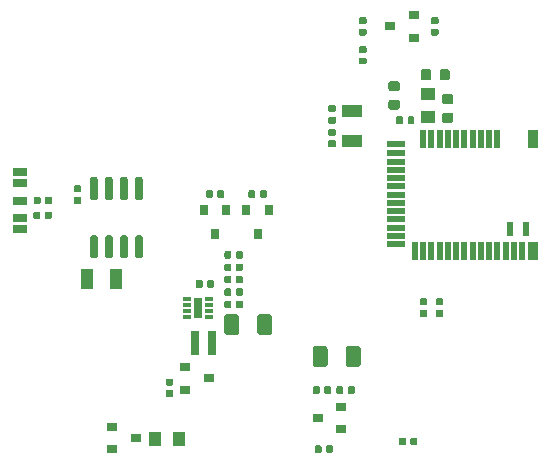
<source format=gtp>
G04 #@! TF.GenerationSoftware,KiCad,Pcbnew,5.1.4-e60b266~84~ubuntu18.04.1*
G04 #@! TF.CreationDate,2019-11-19T15:13:30+05:30*
G04 #@! TF.ProjectId,senseBe_rev4_main,73656e73-6542-4655-9f72-6576345f6d61,rev?*
G04 #@! TF.SameCoordinates,Original*
G04 #@! TF.FileFunction,Paste,Top*
G04 #@! TF.FilePolarity,Positive*
%FSLAX46Y46*%
G04 Gerber Fmt 4.6, Leading zero omitted, Abs format (unit mm)*
G04 Created by KiCad (PCBNEW 5.1.4-e60b266~84~ubuntu18.04.1) date 2019-11-19 15:13:30*
%MOMM*%
%LPD*%
G04 APERTURE LIST*
%ADD10R,0.800000X1.800000*%
%ADD11R,0.700000X0.350000*%
%ADD12C,0.100000*%
%ADD13C,0.590000*%
%ADD14C,0.600000*%
%ADD15R,1.000000X1.800000*%
%ADD16R,1.000000X1.250000*%
%ADD17C,1.250000*%
%ADD18R,1.200000X0.700000*%
%ADD19R,0.900000X0.800000*%
%ADD20R,0.800000X0.900000*%
%ADD21R,0.500000X1.200000*%
%ADD22R,0.900000X1.600000*%
%ADD23R,0.500000X1.600000*%
%ADD24R,1.600000X0.500000*%
%ADD25R,1.800000X1.000000*%
%ADD26C,0.875000*%
%ADD27R,1.250000X1.000000*%
%ADD28R,0.700000X2.000000*%
G04 APERTURE END LIST*
D10*
X37450000Y-37100000D03*
D11*
X36550000Y-36350000D03*
X36550000Y-36850000D03*
X36550000Y-37350000D03*
X36550000Y-37850000D03*
X38350000Y-37850000D03*
X38350000Y-37350000D03*
X38350000Y-36850000D03*
X38350000Y-36350000D03*
D12*
G36*
X27436958Y-27690710D02*
G01*
X27451276Y-27692834D01*
X27465317Y-27696351D01*
X27478946Y-27701228D01*
X27492031Y-27707417D01*
X27504447Y-27714858D01*
X27516073Y-27723481D01*
X27526798Y-27733202D01*
X27536519Y-27743927D01*
X27545142Y-27755553D01*
X27552583Y-27767969D01*
X27558772Y-27781054D01*
X27563649Y-27794683D01*
X27567166Y-27808724D01*
X27569290Y-27823042D01*
X27570000Y-27837500D01*
X27570000Y-28132500D01*
X27569290Y-28146958D01*
X27567166Y-28161276D01*
X27563649Y-28175317D01*
X27558772Y-28188946D01*
X27552583Y-28202031D01*
X27545142Y-28214447D01*
X27536519Y-28226073D01*
X27526798Y-28236798D01*
X27516073Y-28246519D01*
X27504447Y-28255142D01*
X27492031Y-28262583D01*
X27478946Y-28268772D01*
X27465317Y-28273649D01*
X27451276Y-28277166D01*
X27436958Y-28279290D01*
X27422500Y-28280000D01*
X27077500Y-28280000D01*
X27063042Y-28279290D01*
X27048724Y-28277166D01*
X27034683Y-28273649D01*
X27021054Y-28268772D01*
X27007969Y-28262583D01*
X26995553Y-28255142D01*
X26983927Y-28246519D01*
X26973202Y-28236798D01*
X26963481Y-28226073D01*
X26954858Y-28214447D01*
X26947417Y-28202031D01*
X26941228Y-28188946D01*
X26936351Y-28175317D01*
X26932834Y-28161276D01*
X26930710Y-28146958D01*
X26930000Y-28132500D01*
X26930000Y-27837500D01*
X26930710Y-27823042D01*
X26932834Y-27808724D01*
X26936351Y-27794683D01*
X26941228Y-27781054D01*
X26947417Y-27767969D01*
X26954858Y-27755553D01*
X26963481Y-27743927D01*
X26973202Y-27733202D01*
X26983927Y-27723481D01*
X26995553Y-27714858D01*
X27007969Y-27707417D01*
X27021054Y-27701228D01*
X27034683Y-27696351D01*
X27048724Y-27692834D01*
X27063042Y-27690710D01*
X27077500Y-27690000D01*
X27422500Y-27690000D01*
X27436958Y-27690710D01*
X27436958Y-27690710D01*
G37*
D13*
X27250000Y-27985000D03*
D12*
G36*
X27436958Y-26720710D02*
G01*
X27451276Y-26722834D01*
X27465317Y-26726351D01*
X27478946Y-26731228D01*
X27492031Y-26737417D01*
X27504447Y-26744858D01*
X27516073Y-26753481D01*
X27526798Y-26763202D01*
X27536519Y-26773927D01*
X27545142Y-26785553D01*
X27552583Y-26797969D01*
X27558772Y-26811054D01*
X27563649Y-26824683D01*
X27567166Y-26838724D01*
X27569290Y-26853042D01*
X27570000Y-26867500D01*
X27570000Y-27162500D01*
X27569290Y-27176958D01*
X27567166Y-27191276D01*
X27563649Y-27205317D01*
X27558772Y-27218946D01*
X27552583Y-27232031D01*
X27545142Y-27244447D01*
X27536519Y-27256073D01*
X27526798Y-27266798D01*
X27516073Y-27276519D01*
X27504447Y-27285142D01*
X27492031Y-27292583D01*
X27478946Y-27298772D01*
X27465317Y-27303649D01*
X27451276Y-27307166D01*
X27436958Y-27309290D01*
X27422500Y-27310000D01*
X27077500Y-27310000D01*
X27063042Y-27309290D01*
X27048724Y-27307166D01*
X27034683Y-27303649D01*
X27021054Y-27298772D01*
X27007969Y-27292583D01*
X26995553Y-27285142D01*
X26983927Y-27276519D01*
X26973202Y-27266798D01*
X26963481Y-27256073D01*
X26954858Y-27244447D01*
X26947417Y-27232031D01*
X26941228Y-27218946D01*
X26936351Y-27205317D01*
X26932834Y-27191276D01*
X26930710Y-27176958D01*
X26930000Y-27162500D01*
X26930000Y-26867500D01*
X26930710Y-26853042D01*
X26932834Y-26838724D01*
X26936351Y-26824683D01*
X26941228Y-26811054D01*
X26947417Y-26797969D01*
X26954858Y-26785553D01*
X26963481Y-26773927D01*
X26973202Y-26763202D01*
X26983927Y-26753481D01*
X26995553Y-26744858D01*
X27007969Y-26737417D01*
X27021054Y-26731228D01*
X27034683Y-26726351D01*
X27048724Y-26722834D01*
X27063042Y-26720710D01*
X27077500Y-26720000D01*
X27422500Y-26720000D01*
X27436958Y-26720710D01*
X27436958Y-26720710D01*
G37*
D13*
X27250000Y-27015000D03*
D12*
G36*
X28809703Y-30950722D02*
G01*
X28824264Y-30952882D01*
X28838543Y-30956459D01*
X28852403Y-30961418D01*
X28865710Y-30967712D01*
X28878336Y-30975280D01*
X28890159Y-30984048D01*
X28901066Y-30993934D01*
X28910952Y-31004841D01*
X28919720Y-31016664D01*
X28927288Y-31029290D01*
X28933582Y-31042597D01*
X28938541Y-31056457D01*
X28942118Y-31070736D01*
X28944278Y-31085297D01*
X28945000Y-31100000D01*
X28945000Y-32750000D01*
X28944278Y-32764703D01*
X28942118Y-32779264D01*
X28938541Y-32793543D01*
X28933582Y-32807403D01*
X28927288Y-32820710D01*
X28919720Y-32833336D01*
X28910952Y-32845159D01*
X28901066Y-32856066D01*
X28890159Y-32865952D01*
X28878336Y-32874720D01*
X28865710Y-32882288D01*
X28852403Y-32888582D01*
X28838543Y-32893541D01*
X28824264Y-32897118D01*
X28809703Y-32899278D01*
X28795000Y-32900000D01*
X28495000Y-32900000D01*
X28480297Y-32899278D01*
X28465736Y-32897118D01*
X28451457Y-32893541D01*
X28437597Y-32888582D01*
X28424290Y-32882288D01*
X28411664Y-32874720D01*
X28399841Y-32865952D01*
X28388934Y-32856066D01*
X28379048Y-32845159D01*
X28370280Y-32833336D01*
X28362712Y-32820710D01*
X28356418Y-32807403D01*
X28351459Y-32793543D01*
X28347882Y-32779264D01*
X28345722Y-32764703D01*
X28345000Y-32750000D01*
X28345000Y-31100000D01*
X28345722Y-31085297D01*
X28347882Y-31070736D01*
X28351459Y-31056457D01*
X28356418Y-31042597D01*
X28362712Y-31029290D01*
X28370280Y-31016664D01*
X28379048Y-31004841D01*
X28388934Y-30993934D01*
X28399841Y-30984048D01*
X28411664Y-30975280D01*
X28424290Y-30967712D01*
X28437597Y-30961418D01*
X28451457Y-30956459D01*
X28465736Y-30952882D01*
X28480297Y-30950722D01*
X28495000Y-30950000D01*
X28795000Y-30950000D01*
X28809703Y-30950722D01*
X28809703Y-30950722D01*
G37*
D14*
X28645000Y-31925000D03*
D12*
G36*
X30079703Y-30950722D02*
G01*
X30094264Y-30952882D01*
X30108543Y-30956459D01*
X30122403Y-30961418D01*
X30135710Y-30967712D01*
X30148336Y-30975280D01*
X30160159Y-30984048D01*
X30171066Y-30993934D01*
X30180952Y-31004841D01*
X30189720Y-31016664D01*
X30197288Y-31029290D01*
X30203582Y-31042597D01*
X30208541Y-31056457D01*
X30212118Y-31070736D01*
X30214278Y-31085297D01*
X30215000Y-31100000D01*
X30215000Y-32750000D01*
X30214278Y-32764703D01*
X30212118Y-32779264D01*
X30208541Y-32793543D01*
X30203582Y-32807403D01*
X30197288Y-32820710D01*
X30189720Y-32833336D01*
X30180952Y-32845159D01*
X30171066Y-32856066D01*
X30160159Y-32865952D01*
X30148336Y-32874720D01*
X30135710Y-32882288D01*
X30122403Y-32888582D01*
X30108543Y-32893541D01*
X30094264Y-32897118D01*
X30079703Y-32899278D01*
X30065000Y-32900000D01*
X29765000Y-32900000D01*
X29750297Y-32899278D01*
X29735736Y-32897118D01*
X29721457Y-32893541D01*
X29707597Y-32888582D01*
X29694290Y-32882288D01*
X29681664Y-32874720D01*
X29669841Y-32865952D01*
X29658934Y-32856066D01*
X29649048Y-32845159D01*
X29640280Y-32833336D01*
X29632712Y-32820710D01*
X29626418Y-32807403D01*
X29621459Y-32793543D01*
X29617882Y-32779264D01*
X29615722Y-32764703D01*
X29615000Y-32750000D01*
X29615000Y-31100000D01*
X29615722Y-31085297D01*
X29617882Y-31070736D01*
X29621459Y-31056457D01*
X29626418Y-31042597D01*
X29632712Y-31029290D01*
X29640280Y-31016664D01*
X29649048Y-31004841D01*
X29658934Y-30993934D01*
X29669841Y-30984048D01*
X29681664Y-30975280D01*
X29694290Y-30967712D01*
X29707597Y-30961418D01*
X29721457Y-30956459D01*
X29735736Y-30952882D01*
X29750297Y-30950722D01*
X29765000Y-30950000D01*
X30065000Y-30950000D01*
X30079703Y-30950722D01*
X30079703Y-30950722D01*
G37*
D14*
X29915000Y-31925000D03*
D12*
G36*
X31349703Y-30950722D02*
G01*
X31364264Y-30952882D01*
X31378543Y-30956459D01*
X31392403Y-30961418D01*
X31405710Y-30967712D01*
X31418336Y-30975280D01*
X31430159Y-30984048D01*
X31441066Y-30993934D01*
X31450952Y-31004841D01*
X31459720Y-31016664D01*
X31467288Y-31029290D01*
X31473582Y-31042597D01*
X31478541Y-31056457D01*
X31482118Y-31070736D01*
X31484278Y-31085297D01*
X31485000Y-31100000D01*
X31485000Y-32750000D01*
X31484278Y-32764703D01*
X31482118Y-32779264D01*
X31478541Y-32793543D01*
X31473582Y-32807403D01*
X31467288Y-32820710D01*
X31459720Y-32833336D01*
X31450952Y-32845159D01*
X31441066Y-32856066D01*
X31430159Y-32865952D01*
X31418336Y-32874720D01*
X31405710Y-32882288D01*
X31392403Y-32888582D01*
X31378543Y-32893541D01*
X31364264Y-32897118D01*
X31349703Y-32899278D01*
X31335000Y-32900000D01*
X31035000Y-32900000D01*
X31020297Y-32899278D01*
X31005736Y-32897118D01*
X30991457Y-32893541D01*
X30977597Y-32888582D01*
X30964290Y-32882288D01*
X30951664Y-32874720D01*
X30939841Y-32865952D01*
X30928934Y-32856066D01*
X30919048Y-32845159D01*
X30910280Y-32833336D01*
X30902712Y-32820710D01*
X30896418Y-32807403D01*
X30891459Y-32793543D01*
X30887882Y-32779264D01*
X30885722Y-32764703D01*
X30885000Y-32750000D01*
X30885000Y-31100000D01*
X30885722Y-31085297D01*
X30887882Y-31070736D01*
X30891459Y-31056457D01*
X30896418Y-31042597D01*
X30902712Y-31029290D01*
X30910280Y-31016664D01*
X30919048Y-31004841D01*
X30928934Y-30993934D01*
X30939841Y-30984048D01*
X30951664Y-30975280D01*
X30964290Y-30967712D01*
X30977597Y-30961418D01*
X30991457Y-30956459D01*
X31005736Y-30952882D01*
X31020297Y-30950722D01*
X31035000Y-30950000D01*
X31335000Y-30950000D01*
X31349703Y-30950722D01*
X31349703Y-30950722D01*
G37*
D14*
X31185000Y-31925000D03*
D12*
G36*
X32619703Y-30950722D02*
G01*
X32634264Y-30952882D01*
X32648543Y-30956459D01*
X32662403Y-30961418D01*
X32675710Y-30967712D01*
X32688336Y-30975280D01*
X32700159Y-30984048D01*
X32711066Y-30993934D01*
X32720952Y-31004841D01*
X32729720Y-31016664D01*
X32737288Y-31029290D01*
X32743582Y-31042597D01*
X32748541Y-31056457D01*
X32752118Y-31070736D01*
X32754278Y-31085297D01*
X32755000Y-31100000D01*
X32755000Y-32750000D01*
X32754278Y-32764703D01*
X32752118Y-32779264D01*
X32748541Y-32793543D01*
X32743582Y-32807403D01*
X32737288Y-32820710D01*
X32729720Y-32833336D01*
X32720952Y-32845159D01*
X32711066Y-32856066D01*
X32700159Y-32865952D01*
X32688336Y-32874720D01*
X32675710Y-32882288D01*
X32662403Y-32888582D01*
X32648543Y-32893541D01*
X32634264Y-32897118D01*
X32619703Y-32899278D01*
X32605000Y-32900000D01*
X32305000Y-32900000D01*
X32290297Y-32899278D01*
X32275736Y-32897118D01*
X32261457Y-32893541D01*
X32247597Y-32888582D01*
X32234290Y-32882288D01*
X32221664Y-32874720D01*
X32209841Y-32865952D01*
X32198934Y-32856066D01*
X32189048Y-32845159D01*
X32180280Y-32833336D01*
X32172712Y-32820710D01*
X32166418Y-32807403D01*
X32161459Y-32793543D01*
X32157882Y-32779264D01*
X32155722Y-32764703D01*
X32155000Y-32750000D01*
X32155000Y-31100000D01*
X32155722Y-31085297D01*
X32157882Y-31070736D01*
X32161459Y-31056457D01*
X32166418Y-31042597D01*
X32172712Y-31029290D01*
X32180280Y-31016664D01*
X32189048Y-31004841D01*
X32198934Y-30993934D01*
X32209841Y-30984048D01*
X32221664Y-30975280D01*
X32234290Y-30967712D01*
X32247597Y-30961418D01*
X32261457Y-30956459D01*
X32275736Y-30952882D01*
X32290297Y-30950722D01*
X32305000Y-30950000D01*
X32605000Y-30950000D01*
X32619703Y-30950722D01*
X32619703Y-30950722D01*
G37*
D14*
X32455000Y-31925000D03*
D12*
G36*
X32619703Y-26000722D02*
G01*
X32634264Y-26002882D01*
X32648543Y-26006459D01*
X32662403Y-26011418D01*
X32675710Y-26017712D01*
X32688336Y-26025280D01*
X32700159Y-26034048D01*
X32711066Y-26043934D01*
X32720952Y-26054841D01*
X32729720Y-26066664D01*
X32737288Y-26079290D01*
X32743582Y-26092597D01*
X32748541Y-26106457D01*
X32752118Y-26120736D01*
X32754278Y-26135297D01*
X32755000Y-26150000D01*
X32755000Y-27800000D01*
X32754278Y-27814703D01*
X32752118Y-27829264D01*
X32748541Y-27843543D01*
X32743582Y-27857403D01*
X32737288Y-27870710D01*
X32729720Y-27883336D01*
X32720952Y-27895159D01*
X32711066Y-27906066D01*
X32700159Y-27915952D01*
X32688336Y-27924720D01*
X32675710Y-27932288D01*
X32662403Y-27938582D01*
X32648543Y-27943541D01*
X32634264Y-27947118D01*
X32619703Y-27949278D01*
X32605000Y-27950000D01*
X32305000Y-27950000D01*
X32290297Y-27949278D01*
X32275736Y-27947118D01*
X32261457Y-27943541D01*
X32247597Y-27938582D01*
X32234290Y-27932288D01*
X32221664Y-27924720D01*
X32209841Y-27915952D01*
X32198934Y-27906066D01*
X32189048Y-27895159D01*
X32180280Y-27883336D01*
X32172712Y-27870710D01*
X32166418Y-27857403D01*
X32161459Y-27843543D01*
X32157882Y-27829264D01*
X32155722Y-27814703D01*
X32155000Y-27800000D01*
X32155000Y-26150000D01*
X32155722Y-26135297D01*
X32157882Y-26120736D01*
X32161459Y-26106457D01*
X32166418Y-26092597D01*
X32172712Y-26079290D01*
X32180280Y-26066664D01*
X32189048Y-26054841D01*
X32198934Y-26043934D01*
X32209841Y-26034048D01*
X32221664Y-26025280D01*
X32234290Y-26017712D01*
X32247597Y-26011418D01*
X32261457Y-26006459D01*
X32275736Y-26002882D01*
X32290297Y-26000722D01*
X32305000Y-26000000D01*
X32605000Y-26000000D01*
X32619703Y-26000722D01*
X32619703Y-26000722D01*
G37*
D14*
X32455000Y-26975000D03*
D12*
G36*
X31349703Y-26000722D02*
G01*
X31364264Y-26002882D01*
X31378543Y-26006459D01*
X31392403Y-26011418D01*
X31405710Y-26017712D01*
X31418336Y-26025280D01*
X31430159Y-26034048D01*
X31441066Y-26043934D01*
X31450952Y-26054841D01*
X31459720Y-26066664D01*
X31467288Y-26079290D01*
X31473582Y-26092597D01*
X31478541Y-26106457D01*
X31482118Y-26120736D01*
X31484278Y-26135297D01*
X31485000Y-26150000D01*
X31485000Y-27800000D01*
X31484278Y-27814703D01*
X31482118Y-27829264D01*
X31478541Y-27843543D01*
X31473582Y-27857403D01*
X31467288Y-27870710D01*
X31459720Y-27883336D01*
X31450952Y-27895159D01*
X31441066Y-27906066D01*
X31430159Y-27915952D01*
X31418336Y-27924720D01*
X31405710Y-27932288D01*
X31392403Y-27938582D01*
X31378543Y-27943541D01*
X31364264Y-27947118D01*
X31349703Y-27949278D01*
X31335000Y-27950000D01*
X31035000Y-27950000D01*
X31020297Y-27949278D01*
X31005736Y-27947118D01*
X30991457Y-27943541D01*
X30977597Y-27938582D01*
X30964290Y-27932288D01*
X30951664Y-27924720D01*
X30939841Y-27915952D01*
X30928934Y-27906066D01*
X30919048Y-27895159D01*
X30910280Y-27883336D01*
X30902712Y-27870710D01*
X30896418Y-27857403D01*
X30891459Y-27843543D01*
X30887882Y-27829264D01*
X30885722Y-27814703D01*
X30885000Y-27800000D01*
X30885000Y-26150000D01*
X30885722Y-26135297D01*
X30887882Y-26120736D01*
X30891459Y-26106457D01*
X30896418Y-26092597D01*
X30902712Y-26079290D01*
X30910280Y-26066664D01*
X30919048Y-26054841D01*
X30928934Y-26043934D01*
X30939841Y-26034048D01*
X30951664Y-26025280D01*
X30964290Y-26017712D01*
X30977597Y-26011418D01*
X30991457Y-26006459D01*
X31005736Y-26002882D01*
X31020297Y-26000722D01*
X31035000Y-26000000D01*
X31335000Y-26000000D01*
X31349703Y-26000722D01*
X31349703Y-26000722D01*
G37*
D14*
X31185000Y-26975000D03*
D12*
G36*
X30079703Y-26000722D02*
G01*
X30094264Y-26002882D01*
X30108543Y-26006459D01*
X30122403Y-26011418D01*
X30135710Y-26017712D01*
X30148336Y-26025280D01*
X30160159Y-26034048D01*
X30171066Y-26043934D01*
X30180952Y-26054841D01*
X30189720Y-26066664D01*
X30197288Y-26079290D01*
X30203582Y-26092597D01*
X30208541Y-26106457D01*
X30212118Y-26120736D01*
X30214278Y-26135297D01*
X30215000Y-26150000D01*
X30215000Y-27800000D01*
X30214278Y-27814703D01*
X30212118Y-27829264D01*
X30208541Y-27843543D01*
X30203582Y-27857403D01*
X30197288Y-27870710D01*
X30189720Y-27883336D01*
X30180952Y-27895159D01*
X30171066Y-27906066D01*
X30160159Y-27915952D01*
X30148336Y-27924720D01*
X30135710Y-27932288D01*
X30122403Y-27938582D01*
X30108543Y-27943541D01*
X30094264Y-27947118D01*
X30079703Y-27949278D01*
X30065000Y-27950000D01*
X29765000Y-27950000D01*
X29750297Y-27949278D01*
X29735736Y-27947118D01*
X29721457Y-27943541D01*
X29707597Y-27938582D01*
X29694290Y-27932288D01*
X29681664Y-27924720D01*
X29669841Y-27915952D01*
X29658934Y-27906066D01*
X29649048Y-27895159D01*
X29640280Y-27883336D01*
X29632712Y-27870710D01*
X29626418Y-27857403D01*
X29621459Y-27843543D01*
X29617882Y-27829264D01*
X29615722Y-27814703D01*
X29615000Y-27800000D01*
X29615000Y-26150000D01*
X29615722Y-26135297D01*
X29617882Y-26120736D01*
X29621459Y-26106457D01*
X29626418Y-26092597D01*
X29632712Y-26079290D01*
X29640280Y-26066664D01*
X29649048Y-26054841D01*
X29658934Y-26043934D01*
X29669841Y-26034048D01*
X29681664Y-26025280D01*
X29694290Y-26017712D01*
X29707597Y-26011418D01*
X29721457Y-26006459D01*
X29735736Y-26002882D01*
X29750297Y-26000722D01*
X29765000Y-26000000D01*
X30065000Y-26000000D01*
X30079703Y-26000722D01*
X30079703Y-26000722D01*
G37*
D14*
X29915000Y-26975000D03*
D12*
G36*
X28809703Y-26000722D02*
G01*
X28824264Y-26002882D01*
X28838543Y-26006459D01*
X28852403Y-26011418D01*
X28865710Y-26017712D01*
X28878336Y-26025280D01*
X28890159Y-26034048D01*
X28901066Y-26043934D01*
X28910952Y-26054841D01*
X28919720Y-26066664D01*
X28927288Y-26079290D01*
X28933582Y-26092597D01*
X28938541Y-26106457D01*
X28942118Y-26120736D01*
X28944278Y-26135297D01*
X28945000Y-26150000D01*
X28945000Y-27800000D01*
X28944278Y-27814703D01*
X28942118Y-27829264D01*
X28938541Y-27843543D01*
X28933582Y-27857403D01*
X28927288Y-27870710D01*
X28919720Y-27883336D01*
X28910952Y-27895159D01*
X28901066Y-27906066D01*
X28890159Y-27915952D01*
X28878336Y-27924720D01*
X28865710Y-27932288D01*
X28852403Y-27938582D01*
X28838543Y-27943541D01*
X28824264Y-27947118D01*
X28809703Y-27949278D01*
X28795000Y-27950000D01*
X28495000Y-27950000D01*
X28480297Y-27949278D01*
X28465736Y-27947118D01*
X28451457Y-27943541D01*
X28437597Y-27938582D01*
X28424290Y-27932288D01*
X28411664Y-27924720D01*
X28399841Y-27915952D01*
X28388934Y-27906066D01*
X28379048Y-27895159D01*
X28370280Y-27883336D01*
X28362712Y-27870710D01*
X28356418Y-27857403D01*
X28351459Y-27843543D01*
X28347882Y-27829264D01*
X28345722Y-27814703D01*
X28345000Y-27800000D01*
X28345000Y-26150000D01*
X28345722Y-26135297D01*
X28347882Y-26120736D01*
X28351459Y-26106457D01*
X28356418Y-26092597D01*
X28362712Y-26079290D01*
X28370280Y-26066664D01*
X28379048Y-26054841D01*
X28388934Y-26043934D01*
X28399841Y-26034048D01*
X28411664Y-26025280D01*
X28424290Y-26017712D01*
X28437597Y-26011418D01*
X28451457Y-26006459D01*
X28465736Y-26002882D01*
X28480297Y-26000722D01*
X28495000Y-26000000D01*
X28795000Y-26000000D01*
X28809703Y-26000722D01*
X28809703Y-26000722D01*
G37*
D14*
X28645000Y-26975000D03*
D15*
X28030000Y-34600000D03*
X30530000Y-34600000D03*
D12*
G36*
X48986958Y-22905710D02*
G01*
X49001276Y-22907834D01*
X49015317Y-22911351D01*
X49028946Y-22916228D01*
X49042031Y-22922417D01*
X49054447Y-22929858D01*
X49066073Y-22938481D01*
X49076798Y-22948202D01*
X49086519Y-22958927D01*
X49095142Y-22970553D01*
X49102583Y-22982969D01*
X49108772Y-22996054D01*
X49113649Y-23009683D01*
X49117166Y-23023724D01*
X49119290Y-23038042D01*
X49120000Y-23052500D01*
X49120000Y-23347500D01*
X49119290Y-23361958D01*
X49117166Y-23376276D01*
X49113649Y-23390317D01*
X49108772Y-23403946D01*
X49102583Y-23417031D01*
X49095142Y-23429447D01*
X49086519Y-23441073D01*
X49076798Y-23451798D01*
X49066073Y-23461519D01*
X49054447Y-23470142D01*
X49042031Y-23477583D01*
X49028946Y-23483772D01*
X49015317Y-23488649D01*
X49001276Y-23492166D01*
X48986958Y-23494290D01*
X48972500Y-23495000D01*
X48627500Y-23495000D01*
X48613042Y-23494290D01*
X48598724Y-23492166D01*
X48584683Y-23488649D01*
X48571054Y-23483772D01*
X48557969Y-23477583D01*
X48545553Y-23470142D01*
X48533927Y-23461519D01*
X48523202Y-23451798D01*
X48513481Y-23441073D01*
X48504858Y-23429447D01*
X48497417Y-23417031D01*
X48491228Y-23403946D01*
X48486351Y-23390317D01*
X48482834Y-23376276D01*
X48480710Y-23361958D01*
X48480000Y-23347500D01*
X48480000Y-23052500D01*
X48480710Y-23038042D01*
X48482834Y-23023724D01*
X48486351Y-23009683D01*
X48491228Y-22996054D01*
X48497417Y-22982969D01*
X48504858Y-22970553D01*
X48513481Y-22958927D01*
X48523202Y-22948202D01*
X48533927Y-22938481D01*
X48545553Y-22929858D01*
X48557969Y-22922417D01*
X48571054Y-22916228D01*
X48584683Y-22911351D01*
X48598724Y-22907834D01*
X48613042Y-22905710D01*
X48627500Y-22905000D01*
X48972500Y-22905000D01*
X48986958Y-22905710D01*
X48986958Y-22905710D01*
G37*
D13*
X48800000Y-23200000D03*
D12*
G36*
X48986958Y-21935710D02*
G01*
X49001276Y-21937834D01*
X49015317Y-21941351D01*
X49028946Y-21946228D01*
X49042031Y-21952417D01*
X49054447Y-21959858D01*
X49066073Y-21968481D01*
X49076798Y-21978202D01*
X49086519Y-21988927D01*
X49095142Y-22000553D01*
X49102583Y-22012969D01*
X49108772Y-22026054D01*
X49113649Y-22039683D01*
X49117166Y-22053724D01*
X49119290Y-22068042D01*
X49120000Y-22082500D01*
X49120000Y-22377500D01*
X49119290Y-22391958D01*
X49117166Y-22406276D01*
X49113649Y-22420317D01*
X49108772Y-22433946D01*
X49102583Y-22447031D01*
X49095142Y-22459447D01*
X49086519Y-22471073D01*
X49076798Y-22481798D01*
X49066073Y-22491519D01*
X49054447Y-22500142D01*
X49042031Y-22507583D01*
X49028946Y-22513772D01*
X49015317Y-22518649D01*
X49001276Y-22522166D01*
X48986958Y-22524290D01*
X48972500Y-22525000D01*
X48627500Y-22525000D01*
X48613042Y-22524290D01*
X48598724Y-22522166D01*
X48584683Y-22518649D01*
X48571054Y-22513772D01*
X48557969Y-22507583D01*
X48545553Y-22500142D01*
X48533927Y-22491519D01*
X48523202Y-22481798D01*
X48513481Y-22471073D01*
X48504858Y-22459447D01*
X48497417Y-22447031D01*
X48491228Y-22433946D01*
X48486351Y-22420317D01*
X48482834Y-22406276D01*
X48480710Y-22391958D01*
X48480000Y-22377500D01*
X48480000Y-22082500D01*
X48480710Y-22068042D01*
X48482834Y-22053724D01*
X48486351Y-22039683D01*
X48491228Y-22026054D01*
X48497417Y-22012969D01*
X48504858Y-22000553D01*
X48513481Y-21988927D01*
X48523202Y-21978202D01*
X48533927Y-21968481D01*
X48545553Y-21959858D01*
X48557969Y-21952417D01*
X48571054Y-21946228D01*
X48584683Y-21941351D01*
X48598724Y-21937834D01*
X48613042Y-21935710D01*
X48627500Y-21935000D01*
X48972500Y-21935000D01*
X48986958Y-21935710D01*
X48986958Y-21935710D01*
G37*
D13*
X48800000Y-22230000D03*
D12*
G36*
X48986958Y-19920710D02*
G01*
X49001276Y-19922834D01*
X49015317Y-19926351D01*
X49028946Y-19931228D01*
X49042031Y-19937417D01*
X49054447Y-19944858D01*
X49066073Y-19953481D01*
X49076798Y-19963202D01*
X49086519Y-19973927D01*
X49095142Y-19985553D01*
X49102583Y-19997969D01*
X49108772Y-20011054D01*
X49113649Y-20024683D01*
X49117166Y-20038724D01*
X49119290Y-20053042D01*
X49120000Y-20067500D01*
X49120000Y-20362500D01*
X49119290Y-20376958D01*
X49117166Y-20391276D01*
X49113649Y-20405317D01*
X49108772Y-20418946D01*
X49102583Y-20432031D01*
X49095142Y-20444447D01*
X49086519Y-20456073D01*
X49076798Y-20466798D01*
X49066073Y-20476519D01*
X49054447Y-20485142D01*
X49042031Y-20492583D01*
X49028946Y-20498772D01*
X49015317Y-20503649D01*
X49001276Y-20507166D01*
X48986958Y-20509290D01*
X48972500Y-20510000D01*
X48627500Y-20510000D01*
X48613042Y-20509290D01*
X48598724Y-20507166D01*
X48584683Y-20503649D01*
X48571054Y-20498772D01*
X48557969Y-20492583D01*
X48545553Y-20485142D01*
X48533927Y-20476519D01*
X48523202Y-20466798D01*
X48513481Y-20456073D01*
X48504858Y-20444447D01*
X48497417Y-20432031D01*
X48491228Y-20418946D01*
X48486351Y-20405317D01*
X48482834Y-20391276D01*
X48480710Y-20376958D01*
X48480000Y-20362500D01*
X48480000Y-20067500D01*
X48480710Y-20053042D01*
X48482834Y-20038724D01*
X48486351Y-20024683D01*
X48491228Y-20011054D01*
X48497417Y-19997969D01*
X48504858Y-19985553D01*
X48513481Y-19973927D01*
X48523202Y-19963202D01*
X48533927Y-19953481D01*
X48545553Y-19944858D01*
X48557969Y-19937417D01*
X48571054Y-19931228D01*
X48584683Y-19926351D01*
X48598724Y-19922834D01*
X48613042Y-19920710D01*
X48627500Y-19920000D01*
X48972500Y-19920000D01*
X48986958Y-19920710D01*
X48986958Y-19920710D01*
G37*
D13*
X48800000Y-20215000D03*
D12*
G36*
X48986958Y-20890710D02*
G01*
X49001276Y-20892834D01*
X49015317Y-20896351D01*
X49028946Y-20901228D01*
X49042031Y-20907417D01*
X49054447Y-20914858D01*
X49066073Y-20923481D01*
X49076798Y-20933202D01*
X49086519Y-20943927D01*
X49095142Y-20955553D01*
X49102583Y-20967969D01*
X49108772Y-20981054D01*
X49113649Y-20994683D01*
X49117166Y-21008724D01*
X49119290Y-21023042D01*
X49120000Y-21037500D01*
X49120000Y-21332500D01*
X49119290Y-21346958D01*
X49117166Y-21361276D01*
X49113649Y-21375317D01*
X49108772Y-21388946D01*
X49102583Y-21402031D01*
X49095142Y-21414447D01*
X49086519Y-21426073D01*
X49076798Y-21436798D01*
X49066073Y-21446519D01*
X49054447Y-21455142D01*
X49042031Y-21462583D01*
X49028946Y-21468772D01*
X49015317Y-21473649D01*
X49001276Y-21477166D01*
X48986958Y-21479290D01*
X48972500Y-21480000D01*
X48627500Y-21480000D01*
X48613042Y-21479290D01*
X48598724Y-21477166D01*
X48584683Y-21473649D01*
X48571054Y-21468772D01*
X48557969Y-21462583D01*
X48545553Y-21455142D01*
X48533927Y-21446519D01*
X48523202Y-21436798D01*
X48513481Y-21426073D01*
X48504858Y-21414447D01*
X48497417Y-21402031D01*
X48491228Y-21388946D01*
X48486351Y-21375317D01*
X48482834Y-21361276D01*
X48480710Y-21346958D01*
X48480000Y-21332500D01*
X48480000Y-21037500D01*
X48480710Y-21023042D01*
X48482834Y-21008724D01*
X48486351Y-20994683D01*
X48491228Y-20981054D01*
X48497417Y-20967969D01*
X48504858Y-20955553D01*
X48513481Y-20943927D01*
X48523202Y-20933202D01*
X48533927Y-20923481D01*
X48545553Y-20914858D01*
X48557969Y-20907417D01*
X48571054Y-20901228D01*
X48584683Y-20896351D01*
X48598724Y-20892834D01*
X48613042Y-20890710D01*
X48627500Y-20890000D01*
X48972500Y-20890000D01*
X48986958Y-20890710D01*
X48986958Y-20890710D01*
G37*
D13*
X48800000Y-21185000D03*
D12*
G36*
X54676958Y-20880710D02*
G01*
X54691276Y-20882834D01*
X54705317Y-20886351D01*
X54718946Y-20891228D01*
X54732031Y-20897417D01*
X54744447Y-20904858D01*
X54756073Y-20913481D01*
X54766798Y-20923202D01*
X54776519Y-20933927D01*
X54785142Y-20945553D01*
X54792583Y-20957969D01*
X54798772Y-20971054D01*
X54803649Y-20984683D01*
X54807166Y-20998724D01*
X54809290Y-21013042D01*
X54810000Y-21027500D01*
X54810000Y-21372500D01*
X54809290Y-21386958D01*
X54807166Y-21401276D01*
X54803649Y-21415317D01*
X54798772Y-21428946D01*
X54792583Y-21442031D01*
X54785142Y-21454447D01*
X54776519Y-21466073D01*
X54766798Y-21476798D01*
X54756073Y-21486519D01*
X54744447Y-21495142D01*
X54732031Y-21502583D01*
X54718946Y-21508772D01*
X54705317Y-21513649D01*
X54691276Y-21517166D01*
X54676958Y-21519290D01*
X54662500Y-21520000D01*
X54367500Y-21520000D01*
X54353042Y-21519290D01*
X54338724Y-21517166D01*
X54324683Y-21513649D01*
X54311054Y-21508772D01*
X54297969Y-21502583D01*
X54285553Y-21495142D01*
X54273927Y-21486519D01*
X54263202Y-21476798D01*
X54253481Y-21466073D01*
X54244858Y-21454447D01*
X54237417Y-21442031D01*
X54231228Y-21428946D01*
X54226351Y-21415317D01*
X54222834Y-21401276D01*
X54220710Y-21386958D01*
X54220000Y-21372500D01*
X54220000Y-21027500D01*
X54220710Y-21013042D01*
X54222834Y-20998724D01*
X54226351Y-20984683D01*
X54231228Y-20971054D01*
X54237417Y-20957969D01*
X54244858Y-20945553D01*
X54253481Y-20933927D01*
X54263202Y-20923202D01*
X54273927Y-20913481D01*
X54285553Y-20904858D01*
X54297969Y-20897417D01*
X54311054Y-20891228D01*
X54324683Y-20886351D01*
X54338724Y-20882834D01*
X54353042Y-20880710D01*
X54367500Y-20880000D01*
X54662500Y-20880000D01*
X54676958Y-20880710D01*
X54676958Y-20880710D01*
G37*
D13*
X54515000Y-21200000D03*
D12*
G36*
X55646958Y-20880710D02*
G01*
X55661276Y-20882834D01*
X55675317Y-20886351D01*
X55688946Y-20891228D01*
X55702031Y-20897417D01*
X55714447Y-20904858D01*
X55726073Y-20913481D01*
X55736798Y-20923202D01*
X55746519Y-20933927D01*
X55755142Y-20945553D01*
X55762583Y-20957969D01*
X55768772Y-20971054D01*
X55773649Y-20984683D01*
X55777166Y-20998724D01*
X55779290Y-21013042D01*
X55780000Y-21027500D01*
X55780000Y-21372500D01*
X55779290Y-21386958D01*
X55777166Y-21401276D01*
X55773649Y-21415317D01*
X55768772Y-21428946D01*
X55762583Y-21442031D01*
X55755142Y-21454447D01*
X55746519Y-21466073D01*
X55736798Y-21476798D01*
X55726073Y-21486519D01*
X55714447Y-21495142D01*
X55702031Y-21502583D01*
X55688946Y-21508772D01*
X55675317Y-21513649D01*
X55661276Y-21517166D01*
X55646958Y-21519290D01*
X55632500Y-21520000D01*
X55337500Y-21520000D01*
X55323042Y-21519290D01*
X55308724Y-21517166D01*
X55294683Y-21513649D01*
X55281054Y-21508772D01*
X55267969Y-21502583D01*
X55255553Y-21495142D01*
X55243927Y-21486519D01*
X55233202Y-21476798D01*
X55223481Y-21466073D01*
X55214858Y-21454447D01*
X55207417Y-21442031D01*
X55201228Y-21428946D01*
X55196351Y-21415317D01*
X55192834Y-21401276D01*
X55190710Y-21386958D01*
X55190000Y-21372500D01*
X55190000Y-21027500D01*
X55190710Y-21013042D01*
X55192834Y-20998724D01*
X55196351Y-20984683D01*
X55201228Y-20971054D01*
X55207417Y-20957969D01*
X55214858Y-20945553D01*
X55223481Y-20933927D01*
X55233202Y-20923202D01*
X55243927Y-20913481D01*
X55255553Y-20904858D01*
X55267969Y-20897417D01*
X55281054Y-20891228D01*
X55294683Y-20886351D01*
X55308724Y-20882834D01*
X55323042Y-20880710D01*
X55337500Y-20880000D01*
X55632500Y-20880000D01*
X55646958Y-20880710D01*
X55646958Y-20880710D01*
G37*
D13*
X55485000Y-21200000D03*
D16*
X33850000Y-48200000D03*
X35850000Y-48200000D03*
D12*
G36*
X54926958Y-48080710D02*
G01*
X54941276Y-48082834D01*
X54955317Y-48086351D01*
X54968946Y-48091228D01*
X54982031Y-48097417D01*
X54994447Y-48104858D01*
X55006073Y-48113481D01*
X55016798Y-48123202D01*
X55026519Y-48133927D01*
X55035142Y-48145553D01*
X55042583Y-48157969D01*
X55048772Y-48171054D01*
X55053649Y-48184683D01*
X55057166Y-48198724D01*
X55059290Y-48213042D01*
X55060000Y-48227500D01*
X55060000Y-48572500D01*
X55059290Y-48586958D01*
X55057166Y-48601276D01*
X55053649Y-48615317D01*
X55048772Y-48628946D01*
X55042583Y-48642031D01*
X55035142Y-48654447D01*
X55026519Y-48666073D01*
X55016798Y-48676798D01*
X55006073Y-48686519D01*
X54994447Y-48695142D01*
X54982031Y-48702583D01*
X54968946Y-48708772D01*
X54955317Y-48713649D01*
X54941276Y-48717166D01*
X54926958Y-48719290D01*
X54912500Y-48720000D01*
X54617500Y-48720000D01*
X54603042Y-48719290D01*
X54588724Y-48717166D01*
X54574683Y-48713649D01*
X54561054Y-48708772D01*
X54547969Y-48702583D01*
X54535553Y-48695142D01*
X54523927Y-48686519D01*
X54513202Y-48676798D01*
X54503481Y-48666073D01*
X54494858Y-48654447D01*
X54487417Y-48642031D01*
X54481228Y-48628946D01*
X54476351Y-48615317D01*
X54472834Y-48601276D01*
X54470710Y-48586958D01*
X54470000Y-48572500D01*
X54470000Y-48227500D01*
X54470710Y-48213042D01*
X54472834Y-48198724D01*
X54476351Y-48184683D01*
X54481228Y-48171054D01*
X54487417Y-48157969D01*
X54494858Y-48145553D01*
X54503481Y-48133927D01*
X54513202Y-48123202D01*
X54523927Y-48113481D01*
X54535553Y-48104858D01*
X54547969Y-48097417D01*
X54561054Y-48091228D01*
X54574683Y-48086351D01*
X54588724Y-48082834D01*
X54603042Y-48080710D01*
X54617500Y-48080000D01*
X54912500Y-48080000D01*
X54926958Y-48080710D01*
X54926958Y-48080710D01*
G37*
D13*
X54765000Y-48400000D03*
D12*
G36*
X55896958Y-48080710D02*
G01*
X55911276Y-48082834D01*
X55925317Y-48086351D01*
X55938946Y-48091228D01*
X55952031Y-48097417D01*
X55964447Y-48104858D01*
X55976073Y-48113481D01*
X55986798Y-48123202D01*
X55996519Y-48133927D01*
X56005142Y-48145553D01*
X56012583Y-48157969D01*
X56018772Y-48171054D01*
X56023649Y-48184683D01*
X56027166Y-48198724D01*
X56029290Y-48213042D01*
X56030000Y-48227500D01*
X56030000Y-48572500D01*
X56029290Y-48586958D01*
X56027166Y-48601276D01*
X56023649Y-48615317D01*
X56018772Y-48628946D01*
X56012583Y-48642031D01*
X56005142Y-48654447D01*
X55996519Y-48666073D01*
X55986798Y-48676798D01*
X55976073Y-48686519D01*
X55964447Y-48695142D01*
X55952031Y-48702583D01*
X55938946Y-48708772D01*
X55925317Y-48713649D01*
X55911276Y-48717166D01*
X55896958Y-48719290D01*
X55882500Y-48720000D01*
X55587500Y-48720000D01*
X55573042Y-48719290D01*
X55558724Y-48717166D01*
X55544683Y-48713649D01*
X55531054Y-48708772D01*
X55517969Y-48702583D01*
X55505553Y-48695142D01*
X55493927Y-48686519D01*
X55483202Y-48676798D01*
X55473481Y-48666073D01*
X55464858Y-48654447D01*
X55457417Y-48642031D01*
X55451228Y-48628946D01*
X55446351Y-48615317D01*
X55442834Y-48601276D01*
X55440710Y-48586958D01*
X55440000Y-48572500D01*
X55440000Y-48227500D01*
X55440710Y-48213042D01*
X55442834Y-48198724D01*
X55446351Y-48184683D01*
X55451228Y-48171054D01*
X55457417Y-48157969D01*
X55464858Y-48145553D01*
X55473481Y-48133927D01*
X55483202Y-48123202D01*
X55493927Y-48113481D01*
X55505553Y-48104858D01*
X55517969Y-48097417D01*
X55531054Y-48091228D01*
X55544683Y-48086351D01*
X55558724Y-48082834D01*
X55573042Y-48080710D01*
X55587500Y-48080000D01*
X55882500Y-48080000D01*
X55896958Y-48080710D01*
X55896958Y-48080710D01*
G37*
D13*
X55735000Y-48400000D03*
D12*
G36*
X48199504Y-40326204D02*
G01*
X48223773Y-40329804D01*
X48247571Y-40335765D01*
X48270671Y-40344030D01*
X48292849Y-40354520D01*
X48313893Y-40367133D01*
X48333598Y-40381747D01*
X48351777Y-40398223D01*
X48368253Y-40416402D01*
X48382867Y-40436107D01*
X48395480Y-40457151D01*
X48405970Y-40479329D01*
X48414235Y-40502429D01*
X48420196Y-40526227D01*
X48423796Y-40550496D01*
X48425000Y-40575000D01*
X48425000Y-41825000D01*
X48423796Y-41849504D01*
X48420196Y-41873773D01*
X48414235Y-41897571D01*
X48405970Y-41920671D01*
X48395480Y-41942849D01*
X48382867Y-41963893D01*
X48368253Y-41983598D01*
X48351777Y-42001777D01*
X48333598Y-42018253D01*
X48313893Y-42032867D01*
X48292849Y-42045480D01*
X48270671Y-42055970D01*
X48247571Y-42064235D01*
X48223773Y-42070196D01*
X48199504Y-42073796D01*
X48175000Y-42075000D01*
X47425000Y-42075000D01*
X47400496Y-42073796D01*
X47376227Y-42070196D01*
X47352429Y-42064235D01*
X47329329Y-42055970D01*
X47307151Y-42045480D01*
X47286107Y-42032867D01*
X47266402Y-42018253D01*
X47248223Y-42001777D01*
X47231747Y-41983598D01*
X47217133Y-41963893D01*
X47204520Y-41942849D01*
X47194030Y-41920671D01*
X47185765Y-41897571D01*
X47179804Y-41873773D01*
X47176204Y-41849504D01*
X47175000Y-41825000D01*
X47175000Y-40575000D01*
X47176204Y-40550496D01*
X47179804Y-40526227D01*
X47185765Y-40502429D01*
X47194030Y-40479329D01*
X47204520Y-40457151D01*
X47217133Y-40436107D01*
X47231747Y-40416402D01*
X47248223Y-40398223D01*
X47266402Y-40381747D01*
X47286107Y-40367133D01*
X47307151Y-40354520D01*
X47329329Y-40344030D01*
X47352429Y-40335765D01*
X47376227Y-40329804D01*
X47400496Y-40326204D01*
X47425000Y-40325000D01*
X48175000Y-40325000D01*
X48199504Y-40326204D01*
X48199504Y-40326204D01*
G37*
D17*
X47800000Y-41200000D03*
D12*
G36*
X50999504Y-40326204D02*
G01*
X51023773Y-40329804D01*
X51047571Y-40335765D01*
X51070671Y-40344030D01*
X51092849Y-40354520D01*
X51113893Y-40367133D01*
X51133598Y-40381747D01*
X51151777Y-40398223D01*
X51168253Y-40416402D01*
X51182867Y-40436107D01*
X51195480Y-40457151D01*
X51205970Y-40479329D01*
X51214235Y-40502429D01*
X51220196Y-40526227D01*
X51223796Y-40550496D01*
X51225000Y-40575000D01*
X51225000Y-41825000D01*
X51223796Y-41849504D01*
X51220196Y-41873773D01*
X51214235Y-41897571D01*
X51205970Y-41920671D01*
X51195480Y-41942849D01*
X51182867Y-41963893D01*
X51168253Y-41983598D01*
X51151777Y-42001777D01*
X51133598Y-42018253D01*
X51113893Y-42032867D01*
X51092849Y-42045480D01*
X51070671Y-42055970D01*
X51047571Y-42064235D01*
X51023773Y-42070196D01*
X50999504Y-42073796D01*
X50975000Y-42075000D01*
X50225000Y-42075000D01*
X50200496Y-42073796D01*
X50176227Y-42070196D01*
X50152429Y-42064235D01*
X50129329Y-42055970D01*
X50107151Y-42045480D01*
X50086107Y-42032867D01*
X50066402Y-42018253D01*
X50048223Y-42001777D01*
X50031747Y-41983598D01*
X50017133Y-41963893D01*
X50004520Y-41942849D01*
X49994030Y-41920671D01*
X49985765Y-41897571D01*
X49979804Y-41873773D01*
X49976204Y-41849504D01*
X49975000Y-41825000D01*
X49975000Y-40575000D01*
X49976204Y-40550496D01*
X49979804Y-40526227D01*
X49985765Y-40502429D01*
X49994030Y-40479329D01*
X50004520Y-40457151D01*
X50017133Y-40436107D01*
X50031747Y-40416402D01*
X50048223Y-40398223D01*
X50066402Y-40381747D01*
X50086107Y-40367133D01*
X50107151Y-40354520D01*
X50129329Y-40344030D01*
X50152429Y-40335765D01*
X50176227Y-40329804D01*
X50200496Y-40326204D01*
X50225000Y-40325000D01*
X50975000Y-40325000D01*
X50999504Y-40326204D01*
X50999504Y-40326204D01*
G37*
D17*
X50600000Y-41200000D03*
D12*
G36*
X47776958Y-48730710D02*
G01*
X47791276Y-48732834D01*
X47805317Y-48736351D01*
X47818946Y-48741228D01*
X47832031Y-48747417D01*
X47844447Y-48754858D01*
X47856073Y-48763481D01*
X47866798Y-48773202D01*
X47876519Y-48783927D01*
X47885142Y-48795553D01*
X47892583Y-48807969D01*
X47898772Y-48821054D01*
X47903649Y-48834683D01*
X47907166Y-48848724D01*
X47909290Y-48863042D01*
X47910000Y-48877500D01*
X47910000Y-49222500D01*
X47909290Y-49236958D01*
X47907166Y-49251276D01*
X47903649Y-49265317D01*
X47898772Y-49278946D01*
X47892583Y-49292031D01*
X47885142Y-49304447D01*
X47876519Y-49316073D01*
X47866798Y-49326798D01*
X47856073Y-49336519D01*
X47844447Y-49345142D01*
X47832031Y-49352583D01*
X47818946Y-49358772D01*
X47805317Y-49363649D01*
X47791276Y-49367166D01*
X47776958Y-49369290D01*
X47762500Y-49370000D01*
X47467500Y-49370000D01*
X47453042Y-49369290D01*
X47438724Y-49367166D01*
X47424683Y-49363649D01*
X47411054Y-49358772D01*
X47397969Y-49352583D01*
X47385553Y-49345142D01*
X47373927Y-49336519D01*
X47363202Y-49326798D01*
X47353481Y-49316073D01*
X47344858Y-49304447D01*
X47337417Y-49292031D01*
X47331228Y-49278946D01*
X47326351Y-49265317D01*
X47322834Y-49251276D01*
X47320710Y-49236958D01*
X47320000Y-49222500D01*
X47320000Y-48877500D01*
X47320710Y-48863042D01*
X47322834Y-48848724D01*
X47326351Y-48834683D01*
X47331228Y-48821054D01*
X47337417Y-48807969D01*
X47344858Y-48795553D01*
X47353481Y-48783927D01*
X47363202Y-48773202D01*
X47373927Y-48763481D01*
X47385553Y-48754858D01*
X47397969Y-48747417D01*
X47411054Y-48741228D01*
X47424683Y-48736351D01*
X47438724Y-48732834D01*
X47453042Y-48730710D01*
X47467500Y-48730000D01*
X47762500Y-48730000D01*
X47776958Y-48730710D01*
X47776958Y-48730710D01*
G37*
D13*
X47615000Y-49050000D03*
D12*
G36*
X48746958Y-48730710D02*
G01*
X48761276Y-48732834D01*
X48775317Y-48736351D01*
X48788946Y-48741228D01*
X48802031Y-48747417D01*
X48814447Y-48754858D01*
X48826073Y-48763481D01*
X48836798Y-48773202D01*
X48846519Y-48783927D01*
X48855142Y-48795553D01*
X48862583Y-48807969D01*
X48868772Y-48821054D01*
X48873649Y-48834683D01*
X48877166Y-48848724D01*
X48879290Y-48863042D01*
X48880000Y-48877500D01*
X48880000Y-49222500D01*
X48879290Y-49236958D01*
X48877166Y-49251276D01*
X48873649Y-49265317D01*
X48868772Y-49278946D01*
X48862583Y-49292031D01*
X48855142Y-49304447D01*
X48846519Y-49316073D01*
X48836798Y-49326798D01*
X48826073Y-49336519D01*
X48814447Y-49345142D01*
X48802031Y-49352583D01*
X48788946Y-49358772D01*
X48775317Y-49363649D01*
X48761276Y-49367166D01*
X48746958Y-49369290D01*
X48732500Y-49370000D01*
X48437500Y-49370000D01*
X48423042Y-49369290D01*
X48408724Y-49367166D01*
X48394683Y-49363649D01*
X48381054Y-49358772D01*
X48367969Y-49352583D01*
X48355553Y-49345142D01*
X48343927Y-49336519D01*
X48333202Y-49326798D01*
X48323481Y-49316073D01*
X48314858Y-49304447D01*
X48307417Y-49292031D01*
X48301228Y-49278946D01*
X48296351Y-49265317D01*
X48292834Y-49251276D01*
X48290710Y-49236958D01*
X48290000Y-49222500D01*
X48290000Y-48877500D01*
X48290710Y-48863042D01*
X48292834Y-48848724D01*
X48296351Y-48834683D01*
X48301228Y-48821054D01*
X48307417Y-48807969D01*
X48314858Y-48795553D01*
X48323481Y-48783927D01*
X48333202Y-48773202D01*
X48343927Y-48763481D01*
X48355553Y-48754858D01*
X48367969Y-48747417D01*
X48381054Y-48741228D01*
X48394683Y-48736351D01*
X48408724Y-48732834D01*
X48423042Y-48730710D01*
X48437500Y-48730000D01*
X48732500Y-48730000D01*
X48746958Y-48730710D01*
X48746958Y-48730710D01*
G37*
D13*
X48585000Y-49050000D03*
D12*
G36*
X43499504Y-37626204D02*
G01*
X43523773Y-37629804D01*
X43547571Y-37635765D01*
X43570671Y-37644030D01*
X43592849Y-37654520D01*
X43613893Y-37667133D01*
X43633598Y-37681747D01*
X43651777Y-37698223D01*
X43668253Y-37716402D01*
X43682867Y-37736107D01*
X43695480Y-37757151D01*
X43705970Y-37779329D01*
X43714235Y-37802429D01*
X43720196Y-37826227D01*
X43723796Y-37850496D01*
X43725000Y-37875000D01*
X43725000Y-39125000D01*
X43723796Y-39149504D01*
X43720196Y-39173773D01*
X43714235Y-39197571D01*
X43705970Y-39220671D01*
X43695480Y-39242849D01*
X43682867Y-39263893D01*
X43668253Y-39283598D01*
X43651777Y-39301777D01*
X43633598Y-39318253D01*
X43613893Y-39332867D01*
X43592849Y-39345480D01*
X43570671Y-39355970D01*
X43547571Y-39364235D01*
X43523773Y-39370196D01*
X43499504Y-39373796D01*
X43475000Y-39375000D01*
X42725000Y-39375000D01*
X42700496Y-39373796D01*
X42676227Y-39370196D01*
X42652429Y-39364235D01*
X42629329Y-39355970D01*
X42607151Y-39345480D01*
X42586107Y-39332867D01*
X42566402Y-39318253D01*
X42548223Y-39301777D01*
X42531747Y-39283598D01*
X42517133Y-39263893D01*
X42504520Y-39242849D01*
X42494030Y-39220671D01*
X42485765Y-39197571D01*
X42479804Y-39173773D01*
X42476204Y-39149504D01*
X42475000Y-39125000D01*
X42475000Y-37875000D01*
X42476204Y-37850496D01*
X42479804Y-37826227D01*
X42485765Y-37802429D01*
X42494030Y-37779329D01*
X42504520Y-37757151D01*
X42517133Y-37736107D01*
X42531747Y-37716402D01*
X42548223Y-37698223D01*
X42566402Y-37681747D01*
X42586107Y-37667133D01*
X42607151Y-37654520D01*
X42629329Y-37644030D01*
X42652429Y-37635765D01*
X42676227Y-37629804D01*
X42700496Y-37626204D01*
X42725000Y-37625000D01*
X43475000Y-37625000D01*
X43499504Y-37626204D01*
X43499504Y-37626204D01*
G37*
D17*
X43100000Y-38500000D03*
D12*
G36*
X40699504Y-37626204D02*
G01*
X40723773Y-37629804D01*
X40747571Y-37635765D01*
X40770671Y-37644030D01*
X40792849Y-37654520D01*
X40813893Y-37667133D01*
X40833598Y-37681747D01*
X40851777Y-37698223D01*
X40868253Y-37716402D01*
X40882867Y-37736107D01*
X40895480Y-37757151D01*
X40905970Y-37779329D01*
X40914235Y-37802429D01*
X40920196Y-37826227D01*
X40923796Y-37850496D01*
X40925000Y-37875000D01*
X40925000Y-39125000D01*
X40923796Y-39149504D01*
X40920196Y-39173773D01*
X40914235Y-39197571D01*
X40905970Y-39220671D01*
X40895480Y-39242849D01*
X40882867Y-39263893D01*
X40868253Y-39283598D01*
X40851777Y-39301777D01*
X40833598Y-39318253D01*
X40813893Y-39332867D01*
X40792849Y-39345480D01*
X40770671Y-39355970D01*
X40747571Y-39364235D01*
X40723773Y-39370196D01*
X40699504Y-39373796D01*
X40675000Y-39375000D01*
X39925000Y-39375000D01*
X39900496Y-39373796D01*
X39876227Y-39370196D01*
X39852429Y-39364235D01*
X39829329Y-39355970D01*
X39807151Y-39345480D01*
X39786107Y-39332867D01*
X39766402Y-39318253D01*
X39748223Y-39301777D01*
X39731747Y-39283598D01*
X39717133Y-39263893D01*
X39704520Y-39242849D01*
X39694030Y-39220671D01*
X39685765Y-39197571D01*
X39679804Y-39173773D01*
X39676204Y-39149504D01*
X39675000Y-39125000D01*
X39675000Y-37875000D01*
X39676204Y-37850496D01*
X39679804Y-37826227D01*
X39685765Y-37802429D01*
X39694030Y-37779329D01*
X39704520Y-37757151D01*
X39717133Y-37736107D01*
X39731747Y-37716402D01*
X39748223Y-37698223D01*
X39766402Y-37681747D01*
X39786107Y-37667133D01*
X39807151Y-37654520D01*
X39829329Y-37644030D01*
X39852429Y-37635765D01*
X39876227Y-37629804D01*
X39900496Y-37626204D01*
X39925000Y-37625000D01*
X40675000Y-37625000D01*
X40699504Y-37626204D01*
X40699504Y-37626204D01*
G37*
D17*
X40300000Y-38500000D03*
D12*
G36*
X41116958Y-36480710D02*
G01*
X41131276Y-36482834D01*
X41145317Y-36486351D01*
X41158946Y-36491228D01*
X41172031Y-36497417D01*
X41184447Y-36504858D01*
X41196073Y-36513481D01*
X41206798Y-36523202D01*
X41216519Y-36533927D01*
X41225142Y-36545553D01*
X41232583Y-36557969D01*
X41238772Y-36571054D01*
X41243649Y-36584683D01*
X41247166Y-36598724D01*
X41249290Y-36613042D01*
X41250000Y-36627500D01*
X41250000Y-36972500D01*
X41249290Y-36986958D01*
X41247166Y-37001276D01*
X41243649Y-37015317D01*
X41238772Y-37028946D01*
X41232583Y-37042031D01*
X41225142Y-37054447D01*
X41216519Y-37066073D01*
X41206798Y-37076798D01*
X41196073Y-37086519D01*
X41184447Y-37095142D01*
X41172031Y-37102583D01*
X41158946Y-37108772D01*
X41145317Y-37113649D01*
X41131276Y-37117166D01*
X41116958Y-37119290D01*
X41102500Y-37120000D01*
X40807500Y-37120000D01*
X40793042Y-37119290D01*
X40778724Y-37117166D01*
X40764683Y-37113649D01*
X40751054Y-37108772D01*
X40737969Y-37102583D01*
X40725553Y-37095142D01*
X40713927Y-37086519D01*
X40703202Y-37076798D01*
X40693481Y-37066073D01*
X40684858Y-37054447D01*
X40677417Y-37042031D01*
X40671228Y-37028946D01*
X40666351Y-37015317D01*
X40662834Y-37001276D01*
X40660710Y-36986958D01*
X40660000Y-36972500D01*
X40660000Y-36627500D01*
X40660710Y-36613042D01*
X40662834Y-36598724D01*
X40666351Y-36584683D01*
X40671228Y-36571054D01*
X40677417Y-36557969D01*
X40684858Y-36545553D01*
X40693481Y-36533927D01*
X40703202Y-36523202D01*
X40713927Y-36513481D01*
X40725553Y-36504858D01*
X40737969Y-36497417D01*
X40751054Y-36491228D01*
X40764683Y-36486351D01*
X40778724Y-36482834D01*
X40793042Y-36480710D01*
X40807500Y-36480000D01*
X41102500Y-36480000D01*
X41116958Y-36480710D01*
X41116958Y-36480710D01*
G37*
D13*
X40955000Y-36800000D03*
D12*
G36*
X40146958Y-36480710D02*
G01*
X40161276Y-36482834D01*
X40175317Y-36486351D01*
X40188946Y-36491228D01*
X40202031Y-36497417D01*
X40214447Y-36504858D01*
X40226073Y-36513481D01*
X40236798Y-36523202D01*
X40246519Y-36533927D01*
X40255142Y-36545553D01*
X40262583Y-36557969D01*
X40268772Y-36571054D01*
X40273649Y-36584683D01*
X40277166Y-36598724D01*
X40279290Y-36613042D01*
X40280000Y-36627500D01*
X40280000Y-36972500D01*
X40279290Y-36986958D01*
X40277166Y-37001276D01*
X40273649Y-37015317D01*
X40268772Y-37028946D01*
X40262583Y-37042031D01*
X40255142Y-37054447D01*
X40246519Y-37066073D01*
X40236798Y-37076798D01*
X40226073Y-37086519D01*
X40214447Y-37095142D01*
X40202031Y-37102583D01*
X40188946Y-37108772D01*
X40175317Y-37113649D01*
X40161276Y-37117166D01*
X40146958Y-37119290D01*
X40132500Y-37120000D01*
X39837500Y-37120000D01*
X39823042Y-37119290D01*
X39808724Y-37117166D01*
X39794683Y-37113649D01*
X39781054Y-37108772D01*
X39767969Y-37102583D01*
X39755553Y-37095142D01*
X39743927Y-37086519D01*
X39733202Y-37076798D01*
X39723481Y-37066073D01*
X39714858Y-37054447D01*
X39707417Y-37042031D01*
X39701228Y-37028946D01*
X39696351Y-37015317D01*
X39692834Y-37001276D01*
X39690710Y-36986958D01*
X39690000Y-36972500D01*
X39690000Y-36627500D01*
X39690710Y-36613042D01*
X39692834Y-36598724D01*
X39696351Y-36584683D01*
X39701228Y-36571054D01*
X39707417Y-36557969D01*
X39714858Y-36545553D01*
X39723481Y-36533927D01*
X39733202Y-36523202D01*
X39743927Y-36513481D01*
X39755553Y-36504858D01*
X39767969Y-36497417D01*
X39781054Y-36491228D01*
X39794683Y-36486351D01*
X39808724Y-36482834D01*
X39823042Y-36480710D01*
X39837500Y-36480000D01*
X40132500Y-36480000D01*
X40146958Y-36480710D01*
X40146958Y-36480710D01*
G37*
D13*
X39985000Y-36800000D03*
D18*
X22400000Y-28000000D03*
X22400000Y-25550000D03*
X22400000Y-30450000D03*
X22400000Y-26550000D03*
X22400000Y-29450000D03*
D19*
X53750000Y-13250000D03*
X55750000Y-12300000D03*
X55750000Y-14200000D03*
X30200000Y-47150000D03*
X30200000Y-49050000D03*
X32200000Y-48100000D03*
X38350000Y-43050000D03*
X36350000Y-44000000D03*
X36350000Y-42100000D03*
X47600000Y-46400000D03*
X49600000Y-45450000D03*
X49600000Y-47350000D03*
D20*
X43450000Y-28800000D03*
X41550000Y-28800000D03*
X42500000Y-30800000D03*
X39850000Y-28800000D03*
X37950000Y-28800000D03*
X38900000Y-30800000D03*
D12*
G36*
X51586958Y-15890710D02*
G01*
X51601276Y-15892834D01*
X51615317Y-15896351D01*
X51628946Y-15901228D01*
X51642031Y-15907417D01*
X51654447Y-15914858D01*
X51666073Y-15923481D01*
X51676798Y-15933202D01*
X51686519Y-15943927D01*
X51695142Y-15955553D01*
X51702583Y-15967969D01*
X51708772Y-15981054D01*
X51713649Y-15994683D01*
X51717166Y-16008724D01*
X51719290Y-16023042D01*
X51720000Y-16037500D01*
X51720000Y-16332500D01*
X51719290Y-16346958D01*
X51717166Y-16361276D01*
X51713649Y-16375317D01*
X51708772Y-16388946D01*
X51702583Y-16402031D01*
X51695142Y-16414447D01*
X51686519Y-16426073D01*
X51676798Y-16436798D01*
X51666073Y-16446519D01*
X51654447Y-16455142D01*
X51642031Y-16462583D01*
X51628946Y-16468772D01*
X51615317Y-16473649D01*
X51601276Y-16477166D01*
X51586958Y-16479290D01*
X51572500Y-16480000D01*
X51227500Y-16480000D01*
X51213042Y-16479290D01*
X51198724Y-16477166D01*
X51184683Y-16473649D01*
X51171054Y-16468772D01*
X51157969Y-16462583D01*
X51145553Y-16455142D01*
X51133927Y-16446519D01*
X51123202Y-16436798D01*
X51113481Y-16426073D01*
X51104858Y-16414447D01*
X51097417Y-16402031D01*
X51091228Y-16388946D01*
X51086351Y-16375317D01*
X51082834Y-16361276D01*
X51080710Y-16346958D01*
X51080000Y-16332500D01*
X51080000Y-16037500D01*
X51080710Y-16023042D01*
X51082834Y-16008724D01*
X51086351Y-15994683D01*
X51091228Y-15981054D01*
X51097417Y-15967969D01*
X51104858Y-15955553D01*
X51113481Y-15943927D01*
X51123202Y-15933202D01*
X51133927Y-15923481D01*
X51145553Y-15914858D01*
X51157969Y-15907417D01*
X51171054Y-15901228D01*
X51184683Y-15896351D01*
X51198724Y-15892834D01*
X51213042Y-15890710D01*
X51227500Y-15890000D01*
X51572500Y-15890000D01*
X51586958Y-15890710D01*
X51586958Y-15890710D01*
G37*
D13*
X51400000Y-16185000D03*
D12*
G36*
X51586958Y-14920710D02*
G01*
X51601276Y-14922834D01*
X51615317Y-14926351D01*
X51628946Y-14931228D01*
X51642031Y-14937417D01*
X51654447Y-14944858D01*
X51666073Y-14953481D01*
X51676798Y-14963202D01*
X51686519Y-14973927D01*
X51695142Y-14985553D01*
X51702583Y-14997969D01*
X51708772Y-15011054D01*
X51713649Y-15024683D01*
X51717166Y-15038724D01*
X51719290Y-15053042D01*
X51720000Y-15067500D01*
X51720000Y-15362500D01*
X51719290Y-15376958D01*
X51717166Y-15391276D01*
X51713649Y-15405317D01*
X51708772Y-15418946D01*
X51702583Y-15432031D01*
X51695142Y-15444447D01*
X51686519Y-15456073D01*
X51676798Y-15466798D01*
X51666073Y-15476519D01*
X51654447Y-15485142D01*
X51642031Y-15492583D01*
X51628946Y-15498772D01*
X51615317Y-15503649D01*
X51601276Y-15507166D01*
X51586958Y-15509290D01*
X51572500Y-15510000D01*
X51227500Y-15510000D01*
X51213042Y-15509290D01*
X51198724Y-15507166D01*
X51184683Y-15503649D01*
X51171054Y-15498772D01*
X51157969Y-15492583D01*
X51145553Y-15485142D01*
X51133927Y-15476519D01*
X51123202Y-15466798D01*
X51113481Y-15456073D01*
X51104858Y-15444447D01*
X51097417Y-15432031D01*
X51091228Y-15418946D01*
X51086351Y-15405317D01*
X51082834Y-15391276D01*
X51080710Y-15376958D01*
X51080000Y-15362500D01*
X51080000Y-15067500D01*
X51080710Y-15053042D01*
X51082834Y-15038724D01*
X51086351Y-15024683D01*
X51091228Y-15011054D01*
X51097417Y-14997969D01*
X51104858Y-14985553D01*
X51113481Y-14973927D01*
X51123202Y-14963202D01*
X51133927Y-14953481D01*
X51145553Y-14944858D01*
X51157969Y-14937417D01*
X51171054Y-14931228D01*
X51184683Y-14926351D01*
X51198724Y-14922834D01*
X51213042Y-14920710D01*
X51227500Y-14920000D01*
X51572500Y-14920000D01*
X51586958Y-14920710D01*
X51586958Y-14920710D01*
G37*
D13*
X51400000Y-15215000D03*
D12*
G36*
X57686958Y-13440710D02*
G01*
X57701276Y-13442834D01*
X57715317Y-13446351D01*
X57728946Y-13451228D01*
X57742031Y-13457417D01*
X57754447Y-13464858D01*
X57766073Y-13473481D01*
X57776798Y-13483202D01*
X57786519Y-13493927D01*
X57795142Y-13505553D01*
X57802583Y-13517969D01*
X57808772Y-13531054D01*
X57813649Y-13544683D01*
X57817166Y-13558724D01*
X57819290Y-13573042D01*
X57820000Y-13587500D01*
X57820000Y-13882500D01*
X57819290Y-13896958D01*
X57817166Y-13911276D01*
X57813649Y-13925317D01*
X57808772Y-13938946D01*
X57802583Y-13952031D01*
X57795142Y-13964447D01*
X57786519Y-13976073D01*
X57776798Y-13986798D01*
X57766073Y-13996519D01*
X57754447Y-14005142D01*
X57742031Y-14012583D01*
X57728946Y-14018772D01*
X57715317Y-14023649D01*
X57701276Y-14027166D01*
X57686958Y-14029290D01*
X57672500Y-14030000D01*
X57327500Y-14030000D01*
X57313042Y-14029290D01*
X57298724Y-14027166D01*
X57284683Y-14023649D01*
X57271054Y-14018772D01*
X57257969Y-14012583D01*
X57245553Y-14005142D01*
X57233927Y-13996519D01*
X57223202Y-13986798D01*
X57213481Y-13976073D01*
X57204858Y-13964447D01*
X57197417Y-13952031D01*
X57191228Y-13938946D01*
X57186351Y-13925317D01*
X57182834Y-13911276D01*
X57180710Y-13896958D01*
X57180000Y-13882500D01*
X57180000Y-13587500D01*
X57180710Y-13573042D01*
X57182834Y-13558724D01*
X57186351Y-13544683D01*
X57191228Y-13531054D01*
X57197417Y-13517969D01*
X57204858Y-13505553D01*
X57213481Y-13493927D01*
X57223202Y-13483202D01*
X57233927Y-13473481D01*
X57245553Y-13464858D01*
X57257969Y-13457417D01*
X57271054Y-13451228D01*
X57284683Y-13446351D01*
X57298724Y-13442834D01*
X57313042Y-13440710D01*
X57327500Y-13440000D01*
X57672500Y-13440000D01*
X57686958Y-13440710D01*
X57686958Y-13440710D01*
G37*
D13*
X57500000Y-13735000D03*
D12*
G36*
X57686958Y-12470710D02*
G01*
X57701276Y-12472834D01*
X57715317Y-12476351D01*
X57728946Y-12481228D01*
X57742031Y-12487417D01*
X57754447Y-12494858D01*
X57766073Y-12503481D01*
X57776798Y-12513202D01*
X57786519Y-12523927D01*
X57795142Y-12535553D01*
X57802583Y-12547969D01*
X57808772Y-12561054D01*
X57813649Y-12574683D01*
X57817166Y-12588724D01*
X57819290Y-12603042D01*
X57820000Y-12617500D01*
X57820000Y-12912500D01*
X57819290Y-12926958D01*
X57817166Y-12941276D01*
X57813649Y-12955317D01*
X57808772Y-12968946D01*
X57802583Y-12982031D01*
X57795142Y-12994447D01*
X57786519Y-13006073D01*
X57776798Y-13016798D01*
X57766073Y-13026519D01*
X57754447Y-13035142D01*
X57742031Y-13042583D01*
X57728946Y-13048772D01*
X57715317Y-13053649D01*
X57701276Y-13057166D01*
X57686958Y-13059290D01*
X57672500Y-13060000D01*
X57327500Y-13060000D01*
X57313042Y-13059290D01*
X57298724Y-13057166D01*
X57284683Y-13053649D01*
X57271054Y-13048772D01*
X57257969Y-13042583D01*
X57245553Y-13035142D01*
X57233927Y-13026519D01*
X57223202Y-13016798D01*
X57213481Y-13006073D01*
X57204858Y-12994447D01*
X57197417Y-12982031D01*
X57191228Y-12968946D01*
X57186351Y-12955317D01*
X57182834Y-12941276D01*
X57180710Y-12926958D01*
X57180000Y-12912500D01*
X57180000Y-12617500D01*
X57180710Y-12603042D01*
X57182834Y-12588724D01*
X57186351Y-12574683D01*
X57191228Y-12561054D01*
X57197417Y-12547969D01*
X57204858Y-12535553D01*
X57213481Y-12523927D01*
X57223202Y-12513202D01*
X57233927Y-12503481D01*
X57245553Y-12494858D01*
X57257969Y-12487417D01*
X57271054Y-12481228D01*
X57284683Y-12476351D01*
X57298724Y-12472834D01*
X57313042Y-12470710D01*
X57327500Y-12470000D01*
X57672500Y-12470000D01*
X57686958Y-12470710D01*
X57686958Y-12470710D01*
G37*
D13*
X57500000Y-12765000D03*
D12*
G36*
X51586958Y-12470710D02*
G01*
X51601276Y-12472834D01*
X51615317Y-12476351D01*
X51628946Y-12481228D01*
X51642031Y-12487417D01*
X51654447Y-12494858D01*
X51666073Y-12503481D01*
X51676798Y-12513202D01*
X51686519Y-12523927D01*
X51695142Y-12535553D01*
X51702583Y-12547969D01*
X51708772Y-12561054D01*
X51713649Y-12574683D01*
X51717166Y-12588724D01*
X51719290Y-12603042D01*
X51720000Y-12617500D01*
X51720000Y-12912500D01*
X51719290Y-12926958D01*
X51717166Y-12941276D01*
X51713649Y-12955317D01*
X51708772Y-12968946D01*
X51702583Y-12982031D01*
X51695142Y-12994447D01*
X51686519Y-13006073D01*
X51676798Y-13016798D01*
X51666073Y-13026519D01*
X51654447Y-13035142D01*
X51642031Y-13042583D01*
X51628946Y-13048772D01*
X51615317Y-13053649D01*
X51601276Y-13057166D01*
X51586958Y-13059290D01*
X51572500Y-13060000D01*
X51227500Y-13060000D01*
X51213042Y-13059290D01*
X51198724Y-13057166D01*
X51184683Y-13053649D01*
X51171054Y-13048772D01*
X51157969Y-13042583D01*
X51145553Y-13035142D01*
X51133927Y-13026519D01*
X51123202Y-13016798D01*
X51113481Y-13006073D01*
X51104858Y-12994447D01*
X51097417Y-12982031D01*
X51091228Y-12968946D01*
X51086351Y-12955317D01*
X51082834Y-12941276D01*
X51080710Y-12926958D01*
X51080000Y-12912500D01*
X51080000Y-12617500D01*
X51080710Y-12603042D01*
X51082834Y-12588724D01*
X51086351Y-12574683D01*
X51091228Y-12561054D01*
X51097417Y-12547969D01*
X51104858Y-12535553D01*
X51113481Y-12523927D01*
X51123202Y-12513202D01*
X51133927Y-12503481D01*
X51145553Y-12494858D01*
X51157969Y-12487417D01*
X51171054Y-12481228D01*
X51184683Y-12476351D01*
X51198724Y-12472834D01*
X51213042Y-12470710D01*
X51227500Y-12470000D01*
X51572500Y-12470000D01*
X51586958Y-12470710D01*
X51586958Y-12470710D01*
G37*
D13*
X51400000Y-12765000D03*
D12*
G36*
X51586958Y-13440710D02*
G01*
X51601276Y-13442834D01*
X51615317Y-13446351D01*
X51628946Y-13451228D01*
X51642031Y-13457417D01*
X51654447Y-13464858D01*
X51666073Y-13473481D01*
X51676798Y-13483202D01*
X51686519Y-13493927D01*
X51695142Y-13505553D01*
X51702583Y-13517969D01*
X51708772Y-13531054D01*
X51713649Y-13544683D01*
X51717166Y-13558724D01*
X51719290Y-13573042D01*
X51720000Y-13587500D01*
X51720000Y-13882500D01*
X51719290Y-13896958D01*
X51717166Y-13911276D01*
X51713649Y-13925317D01*
X51708772Y-13938946D01*
X51702583Y-13952031D01*
X51695142Y-13964447D01*
X51686519Y-13976073D01*
X51676798Y-13986798D01*
X51666073Y-13996519D01*
X51654447Y-14005142D01*
X51642031Y-14012583D01*
X51628946Y-14018772D01*
X51615317Y-14023649D01*
X51601276Y-14027166D01*
X51586958Y-14029290D01*
X51572500Y-14030000D01*
X51227500Y-14030000D01*
X51213042Y-14029290D01*
X51198724Y-14027166D01*
X51184683Y-14023649D01*
X51171054Y-14018772D01*
X51157969Y-14012583D01*
X51145553Y-14005142D01*
X51133927Y-13996519D01*
X51123202Y-13986798D01*
X51113481Y-13976073D01*
X51104858Y-13964447D01*
X51097417Y-13952031D01*
X51091228Y-13938946D01*
X51086351Y-13925317D01*
X51082834Y-13911276D01*
X51080710Y-13896958D01*
X51080000Y-13882500D01*
X51080000Y-13587500D01*
X51080710Y-13573042D01*
X51082834Y-13558724D01*
X51086351Y-13544683D01*
X51091228Y-13531054D01*
X51097417Y-13517969D01*
X51104858Y-13505553D01*
X51113481Y-13493927D01*
X51123202Y-13483202D01*
X51133927Y-13473481D01*
X51145553Y-13464858D01*
X51157969Y-13457417D01*
X51171054Y-13451228D01*
X51184683Y-13446351D01*
X51198724Y-13442834D01*
X51213042Y-13440710D01*
X51227500Y-13440000D01*
X51572500Y-13440000D01*
X51586958Y-13440710D01*
X51586958Y-13440710D01*
G37*
D13*
X51400000Y-13735000D03*
D12*
G36*
X58076958Y-36290710D02*
G01*
X58091276Y-36292834D01*
X58105317Y-36296351D01*
X58118946Y-36301228D01*
X58132031Y-36307417D01*
X58144447Y-36314858D01*
X58156073Y-36323481D01*
X58166798Y-36333202D01*
X58176519Y-36343927D01*
X58185142Y-36355553D01*
X58192583Y-36367969D01*
X58198772Y-36381054D01*
X58203649Y-36394683D01*
X58207166Y-36408724D01*
X58209290Y-36423042D01*
X58210000Y-36437500D01*
X58210000Y-36732500D01*
X58209290Y-36746958D01*
X58207166Y-36761276D01*
X58203649Y-36775317D01*
X58198772Y-36788946D01*
X58192583Y-36802031D01*
X58185142Y-36814447D01*
X58176519Y-36826073D01*
X58166798Y-36836798D01*
X58156073Y-36846519D01*
X58144447Y-36855142D01*
X58132031Y-36862583D01*
X58118946Y-36868772D01*
X58105317Y-36873649D01*
X58091276Y-36877166D01*
X58076958Y-36879290D01*
X58062500Y-36880000D01*
X57717500Y-36880000D01*
X57703042Y-36879290D01*
X57688724Y-36877166D01*
X57674683Y-36873649D01*
X57661054Y-36868772D01*
X57647969Y-36862583D01*
X57635553Y-36855142D01*
X57623927Y-36846519D01*
X57613202Y-36836798D01*
X57603481Y-36826073D01*
X57594858Y-36814447D01*
X57587417Y-36802031D01*
X57581228Y-36788946D01*
X57576351Y-36775317D01*
X57572834Y-36761276D01*
X57570710Y-36746958D01*
X57570000Y-36732500D01*
X57570000Y-36437500D01*
X57570710Y-36423042D01*
X57572834Y-36408724D01*
X57576351Y-36394683D01*
X57581228Y-36381054D01*
X57587417Y-36367969D01*
X57594858Y-36355553D01*
X57603481Y-36343927D01*
X57613202Y-36333202D01*
X57623927Y-36323481D01*
X57635553Y-36314858D01*
X57647969Y-36307417D01*
X57661054Y-36301228D01*
X57674683Y-36296351D01*
X57688724Y-36292834D01*
X57703042Y-36290710D01*
X57717500Y-36290000D01*
X58062500Y-36290000D01*
X58076958Y-36290710D01*
X58076958Y-36290710D01*
G37*
D13*
X57890000Y-36585000D03*
D12*
G36*
X58076958Y-37260710D02*
G01*
X58091276Y-37262834D01*
X58105317Y-37266351D01*
X58118946Y-37271228D01*
X58132031Y-37277417D01*
X58144447Y-37284858D01*
X58156073Y-37293481D01*
X58166798Y-37303202D01*
X58176519Y-37313927D01*
X58185142Y-37325553D01*
X58192583Y-37337969D01*
X58198772Y-37351054D01*
X58203649Y-37364683D01*
X58207166Y-37378724D01*
X58209290Y-37393042D01*
X58210000Y-37407500D01*
X58210000Y-37702500D01*
X58209290Y-37716958D01*
X58207166Y-37731276D01*
X58203649Y-37745317D01*
X58198772Y-37758946D01*
X58192583Y-37772031D01*
X58185142Y-37784447D01*
X58176519Y-37796073D01*
X58166798Y-37806798D01*
X58156073Y-37816519D01*
X58144447Y-37825142D01*
X58132031Y-37832583D01*
X58118946Y-37838772D01*
X58105317Y-37843649D01*
X58091276Y-37847166D01*
X58076958Y-37849290D01*
X58062500Y-37850000D01*
X57717500Y-37850000D01*
X57703042Y-37849290D01*
X57688724Y-37847166D01*
X57674683Y-37843649D01*
X57661054Y-37838772D01*
X57647969Y-37832583D01*
X57635553Y-37825142D01*
X57623927Y-37816519D01*
X57613202Y-37806798D01*
X57603481Y-37796073D01*
X57594858Y-37784447D01*
X57587417Y-37772031D01*
X57581228Y-37758946D01*
X57576351Y-37745317D01*
X57572834Y-37731276D01*
X57570710Y-37716958D01*
X57570000Y-37702500D01*
X57570000Y-37407500D01*
X57570710Y-37393042D01*
X57572834Y-37378724D01*
X57576351Y-37364683D01*
X57581228Y-37351054D01*
X57587417Y-37337969D01*
X57594858Y-37325553D01*
X57603481Y-37313927D01*
X57613202Y-37303202D01*
X57623927Y-37293481D01*
X57635553Y-37284858D01*
X57647969Y-37277417D01*
X57661054Y-37271228D01*
X57674683Y-37266351D01*
X57688724Y-37262834D01*
X57703042Y-37260710D01*
X57717500Y-37260000D01*
X58062500Y-37260000D01*
X58076958Y-37260710D01*
X58076958Y-37260710D01*
G37*
D13*
X57890000Y-37555000D03*
D12*
G36*
X56726958Y-37260710D02*
G01*
X56741276Y-37262834D01*
X56755317Y-37266351D01*
X56768946Y-37271228D01*
X56782031Y-37277417D01*
X56794447Y-37284858D01*
X56806073Y-37293481D01*
X56816798Y-37303202D01*
X56826519Y-37313927D01*
X56835142Y-37325553D01*
X56842583Y-37337969D01*
X56848772Y-37351054D01*
X56853649Y-37364683D01*
X56857166Y-37378724D01*
X56859290Y-37393042D01*
X56860000Y-37407500D01*
X56860000Y-37702500D01*
X56859290Y-37716958D01*
X56857166Y-37731276D01*
X56853649Y-37745317D01*
X56848772Y-37758946D01*
X56842583Y-37772031D01*
X56835142Y-37784447D01*
X56826519Y-37796073D01*
X56816798Y-37806798D01*
X56806073Y-37816519D01*
X56794447Y-37825142D01*
X56782031Y-37832583D01*
X56768946Y-37838772D01*
X56755317Y-37843649D01*
X56741276Y-37847166D01*
X56726958Y-37849290D01*
X56712500Y-37850000D01*
X56367500Y-37850000D01*
X56353042Y-37849290D01*
X56338724Y-37847166D01*
X56324683Y-37843649D01*
X56311054Y-37838772D01*
X56297969Y-37832583D01*
X56285553Y-37825142D01*
X56273927Y-37816519D01*
X56263202Y-37806798D01*
X56253481Y-37796073D01*
X56244858Y-37784447D01*
X56237417Y-37772031D01*
X56231228Y-37758946D01*
X56226351Y-37745317D01*
X56222834Y-37731276D01*
X56220710Y-37716958D01*
X56220000Y-37702500D01*
X56220000Y-37407500D01*
X56220710Y-37393042D01*
X56222834Y-37378724D01*
X56226351Y-37364683D01*
X56231228Y-37351054D01*
X56237417Y-37337969D01*
X56244858Y-37325553D01*
X56253481Y-37313927D01*
X56263202Y-37303202D01*
X56273927Y-37293481D01*
X56285553Y-37284858D01*
X56297969Y-37277417D01*
X56311054Y-37271228D01*
X56324683Y-37266351D01*
X56338724Y-37262834D01*
X56353042Y-37260710D01*
X56367500Y-37260000D01*
X56712500Y-37260000D01*
X56726958Y-37260710D01*
X56726958Y-37260710D01*
G37*
D13*
X56540000Y-37555000D03*
D12*
G36*
X56726958Y-36290710D02*
G01*
X56741276Y-36292834D01*
X56755317Y-36296351D01*
X56768946Y-36301228D01*
X56782031Y-36307417D01*
X56794447Y-36314858D01*
X56806073Y-36323481D01*
X56816798Y-36333202D01*
X56826519Y-36343927D01*
X56835142Y-36355553D01*
X56842583Y-36367969D01*
X56848772Y-36381054D01*
X56853649Y-36394683D01*
X56857166Y-36408724D01*
X56859290Y-36423042D01*
X56860000Y-36437500D01*
X56860000Y-36732500D01*
X56859290Y-36746958D01*
X56857166Y-36761276D01*
X56853649Y-36775317D01*
X56848772Y-36788946D01*
X56842583Y-36802031D01*
X56835142Y-36814447D01*
X56826519Y-36826073D01*
X56816798Y-36836798D01*
X56806073Y-36846519D01*
X56794447Y-36855142D01*
X56782031Y-36862583D01*
X56768946Y-36868772D01*
X56755317Y-36873649D01*
X56741276Y-36877166D01*
X56726958Y-36879290D01*
X56712500Y-36880000D01*
X56367500Y-36880000D01*
X56353042Y-36879290D01*
X56338724Y-36877166D01*
X56324683Y-36873649D01*
X56311054Y-36868772D01*
X56297969Y-36862583D01*
X56285553Y-36855142D01*
X56273927Y-36846519D01*
X56263202Y-36836798D01*
X56253481Y-36826073D01*
X56244858Y-36814447D01*
X56237417Y-36802031D01*
X56231228Y-36788946D01*
X56226351Y-36775317D01*
X56222834Y-36761276D01*
X56220710Y-36746958D01*
X56220000Y-36732500D01*
X56220000Y-36437500D01*
X56220710Y-36423042D01*
X56222834Y-36408724D01*
X56226351Y-36394683D01*
X56231228Y-36381054D01*
X56237417Y-36367969D01*
X56244858Y-36355553D01*
X56253481Y-36343927D01*
X56263202Y-36333202D01*
X56273927Y-36323481D01*
X56285553Y-36314858D01*
X56297969Y-36307417D01*
X56311054Y-36301228D01*
X56324683Y-36296351D01*
X56338724Y-36292834D01*
X56353042Y-36290710D01*
X56367500Y-36290000D01*
X56712500Y-36290000D01*
X56726958Y-36290710D01*
X56726958Y-36290710D01*
G37*
D13*
X56540000Y-36585000D03*
D12*
G36*
X48596958Y-43730710D02*
G01*
X48611276Y-43732834D01*
X48625317Y-43736351D01*
X48638946Y-43741228D01*
X48652031Y-43747417D01*
X48664447Y-43754858D01*
X48676073Y-43763481D01*
X48686798Y-43773202D01*
X48696519Y-43783927D01*
X48705142Y-43795553D01*
X48712583Y-43807969D01*
X48718772Y-43821054D01*
X48723649Y-43834683D01*
X48727166Y-43848724D01*
X48729290Y-43863042D01*
X48730000Y-43877500D01*
X48730000Y-44222500D01*
X48729290Y-44236958D01*
X48727166Y-44251276D01*
X48723649Y-44265317D01*
X48718772Y-44278946D01*
X48712583Y-44292031D01*
X48705142Y-44304447D01*
X48696519Y-44316073D01*
X48686798Y-44326798D01*
X48676073Y-44336519D01*
X48664447Y-44345142D01*
X48652031Y-44352583D01*
X48638946Y-44358772D01*
X48625317Y-44363649D01*
X48611276Y-44367166D01*
X48596958Y-44369290D01*
X48582500Y-44370000D01*
X48287500Y-44370000D01*
X48273042Y-44369290D01*
X48258724Y-44367166D01*
X48244683Y-44363649D01*
X48231054Y-44358772D01*
X48217969Y-44352583D01*
X48205553Y-44345142D01*
X48193927Y-44336519D01*
X48183202Y-44326798D01*
X48173481Y-44316073D01*
X48164858Y-44304447D01*
X48157417Y-44292031D01*
X48151228Y-44278946D01*
X48146351Y-44265317D01*
X48142834Y-44251276D01*
X48140710Y-44236958D01*
X48140000Y-44222500D01*
X48140000Y-43877500D01*
X48140710Y-43863042D01*
X48142834Y-43848724D01*
X48146351Y-43834683D01*
X48151228Y-43821054D01*
X48157417Y-43807969D01*
X48164858Y-43795553D01*
X48173481Y-43783927D01*
X48183202Y-43773202D01*
X48193927Y-43763481D01*
X48205553Y-43754858D01*
X48217969Y-43747417D01*
X48231054Y-43741228D01*
X48244683Y-43736351D01*
X48258724Y-43732834D01*
X48273042Y-43730710D01*
X48287500Y-43730000D01*
X48582500Y-43730000D01*
X48596958Y-43730710D01*
X48596958Y-43730710D01*
G37*
D13*
X48435000Y-44050000D03*
D12*
G36*
X47626958Y-43730710D02*
G01*
X47641276Y-43732834D01*
X47655317Y-43736351D01*
X47668946Y-43741228D01*
X47682031Y-43747417D01*
X47694447Y-43754858D01*
X47706073Y-43763481D01*
X47716798Y-43773202D01*
X47726519Y-43783927D01*
X47735142Y-43795553D01*
X47742583Y-43807969D01*
X47748772Y-43821054D01*
X47753649Y-43834683D01*
X47757166Y-43848724D01*
X47759290Y-43863042D01*
X47760000Y-43877500D01*
X47760000Y-44222500D01*
X47759290Y-44236958D01*
X47757166Y-44251276D01*
X47753649Y-44265317D01*
X47748772Y-44278946D01*
X47742583Y-44292031D01*
X47735142Y-44304447D01*
X47726519Y-44316073D01*
X47716798Y-44326798D01*
X47706073Y-44336519D01*
X47694447Y-44345142D01*
X47682031Y-44352583D01*
X47668946Y-44358772D01*
X47655317Y-44363649D01*
X47641276Y-44367166D01*
X47626958Y-44369290D01*
X47612500Y-44370000D01*
X47317500Y-44370000D01*
X47303042Y-44369290D01*
X47288724Y-44367166D01*
X47274683Y-44363649D01*
X47261054Y-44358772D01*
X47247969Y-44352583D01*
X47235553Y-44345142D01*
X47223927Y-44336519D01*
X47213202Y-44326798D01*
X47203481Y-44316073D01*
X47194858Y-44304447D01*
X47187417Y-44292031D01*
X47181228Y-44278946D01*
X47176351Y-44265317D01*
X47172834Y-44251276D01*
X47170710Y-44236958D01*
X47170000Y-44222500D01*
X47170000Y-43877500D01*
X47170710Y-43863042D01*
X47172834Y-43848724D01*
X47176351Y-43834683D01*
X47181228Y-43821054D01*
X47187417Y-43807969D01*
X47194858Y-43795553D01*
X47203481Y-43783927D01*
X47213202Y-43773202D01*
X47223927Y-43763481D01*
X47235553Y-43754858D01*
X47247969Y-43747417D01*
X47261054Y-43741228D01*
X47274683Y-43736351D01*
X47288724Y-43732834D01*
X47303042Y-43730710D01*
X47317500Y-43730000D01*
X47612500Y-43730000D01*
X47626958Y-43730710D01*
X47626958Y-43730710D01*
G37*
D13*
X47465000Y-44050000D03*
D12*
G36*
X49626958Y-43730710D02*
G01*
X49641276Y-43732834D01*
X49655317Y-43736351D01*
X49668946Y-43741228D01*
X49682031Y-43747417D01*
X49694447Y-43754858D01*
X49706073Y-43763481D01*
X49716798Y-43773202D01*
X49726519Y-43783927D01*
X49735142Y-43795553D01*
X49742583Y-43807969D01*
X49748772Y-43821054D01*
X49753649Y-43834683D01*
X49757166Y-43848724D01*
X49759290Y-43863042D01*
X49760000Y-43877500D01*
X49760000Y-44222500D01*
X49759290Y-44236958D01*
X49757166Y-44251276D01*
X49753649Y-44265317D01*
X49748772Y-44278946D01*
X49742583Y-44292031D01*
X49735142Y-44304447D01*
X49726519Y-44316073D01*
X49716798Y-44326798D01*
X49706073Y-44336519D01*
X49694447Y-44345142D01*
X49682031Y-44352583D01*
X49668946Y-44358772D01*
X49655317Y-44363649D01*
X49641276Y-44367166D01*
X49626958Y-44369290D01*
X49612500Y-44370000D01*
X49317500Y-44370000D01*
X49303042Y-44369290D01*
X49288724Y-44367166D01*
X49274683Y-44363649D01*
X49261054Y-44358772D01*
X49247969Y-44352583D01*
X49235553Y-44345142D01*
X49223927Y-44336519D01*
X49213202Y-44326798D01*
X49203481Y-44316073D01*
X49194858Y-44304447D01*
X49187417Y-44292031D01*
X49181228Y-44278946D01*
X49176351Y-44265317D01*
X49172834Y-44251276D01*
X49170710Y-44236958D01*
X49170000Y-44222500D01*
X49170000Y-43877500D01*
X49170710Y-43863042D01*
X49172834Y-43848724D01*
X49176351Y-43834683D01*
X49181228Y-43821054D01*
X49187417Y-43807969D01*
X49194858Y-43795553D01*
X49203481Y-43783927D01*
X49213202Y-43773202D01*
X49223927Y-43763481D01*
X49235553Y-43754858D01*
X49247969Y-43747417D01*
X49261054Y-43741228D01*
X49274683Y-43736351D01*
X49288724Y-43732834D01*
X49303042Y-43730710D01*
X49317500Y-43730000D01*
X49612500Y-43730000D01*
X49626958Y-43730710D01*
X49626958Y-43730710D01*
G37*
D13*
X49465000Y-44050000D03*
D12*
G36*
X50596958Y-43730710D02*
G01*
X50611276Y-43732834D01*
X50625317Y-43736351D01*
X50638946Y-43741228D01*
X50652031Y-43747417D01*
X50664447Y-43754858D01*
X50676073Y-43763481D01*
X50686798Y-43773202D01*
X50696519Y-43783927D01*
X50705142Y-43795553D01*
X50712583Y-43807969D01*
X50718772Y-43821054D01*
X50723649Y-43834683D01*
X50727166Y-43848724D01*
X50729290Y-43863042D01*
X50730000Y-43877500D01*
X50730000Y-44222500D01*
X50729290Y-44236958D01*
X50727166Y-44251276D01*
X50723649Y-44265317D01*
X50718772Y-44278946D01*
X50712583Y-44292031D01*
X50705142Y-44304447D01*
X50696519Y-44316073D01*
X50686798Y-44326798D01*
X50676073Y-44336519D01*
X50664447Y-44345142D01*
X50652031Y-44352583D01*
X50638946Y-44358772D01*
X50625317Y-44363649D01*
X50611276Y-44367166D01*
X50596958Y-44369290D01*
X50582500Y-44370000D01*
X50287500Y-44370000D01*
X50273042Y-44369290D01*
X50258724Y-44367166D01*
X50244683Y-44363649D01*
X50231054Y-44358772D01*
X50217969Y-44352583D01*
X50205553Y-44345142D01*
X50193927Y-44336519D01*
X50183202Y-44326798D01*
X50173481Y-44316073D01*
X50164858Y-44304447D01*
X50157417Y-44292031D01*
X50151228Y-44278946D01*
X50146351Y-44265317D01*
X50142834Y-44251276D01*
X50140710Y-44236958D01*
X50140000Y-44222500D01*
X50140000Y-43877500D01*
X50140710Y-43863042D01*
X50142834Y-43848724D01*
X50146351Y-43834683D01*
X50151228Y-43821054D01*
X50157417Y-43807969D01*
X50164858Y-43795553D01*
X50173481Y-43783927D01*
X50183202Y-43773202D01*
X50193927Y-43763481D01*
X50205553Y-43754858D01*
X50217969Y-43747417D01*
X50231054Y-43741228D01*
X50244683Y-43736351D01*
X50258724Y-43732834D01*
X50273042Y-43730710D01*
X50287500Y-43730000D01*
X50582500Y-43730000D01*
X50596958Y-43730710D01*
X50596958Y-43730710D01*
G37*
D13*
X50435000Y-44050000D03*
D12*
G36*
X35236958Y-44040710D02*
G01*
X35251276Y-44042834D01*
X35265317Y-44046351D01*
X35278946Y-44051228D01*
X35292031Y-44057417D01*
X35304447Y-44064858D01*
X35316073Y-44073481D01*
X35326798Y-44083202D01*
X35336519Y-44093927D01*
X35345142Y-44105553D01*
X35352583Y-44117969D01*
X35358772Y-44131054D01*
X35363649Y-44144683D01*
X35367166Y-44158724D01*
X35369290Y-44173042D01*
X35370000Y-44187500D01*
X35370000Y-44482500D01*
X35369290Y-44496958D01*
X35367166Y-44511276D01*
X35363649Y-44525317D01*
X35358772Y-44538946D01*
X35352583Y-44552031D01*
X35345142Y-44564447D01*
X35336519Y-44576073D01*
X35326798Y-44586798D01*
X35316073Y-44596519D01*
X35304447Y-44605142D01*
X35292031Y-44612583D01*
X35278946Y-44618772D01*
X35265317Y-44623649D01*
X35251276Y-44627166D01*
X35236958Y-44629290D01*
X35222500Y-44630000D01*
X34877500Y-44630000D01*
X34863042Y-44629290D01*
X34848724Y-44627166D01*
X34834683Y-44623649D01*
X34821054Y-44618772D01*
X34807969Y-44612583D01*
X34795553Y-44605142D01*
X34783927Y-44596519D01*
X34773202Y-44586798D01*
X34763481Y-44576073D01*
X34754858Y-44564447D01*
X34747417Y-44552031D01*
X34741228Y-44538946D01*
X34736351Y-44525317D01*
X34732834Y-44511276D01*
X34730710Y-44496958D01*
X34730000Y-44482500D01*
X34730000Y-44187500D01*
X34730710Y-44173042D01*
X34732834Y-44158724D01*
X34736351Y-44144683D01*
X34741228Y-44131054D01*
X34747417Y-44117969D01*
X34754858Y-44105553D01*
X34763481Y-44093927D01*
X34773202Y-44083202D01*
X34783927Y-44073481D01*
X34795553Y-44064858D01*
X34807969Y-44057417D01*
X34821054Y-44051228D01*
X34834683Y-44046351D01*
X34848724Y-44042834D01*
X34863042Y-44040710D01*
X34877500Y-44040000D01*
X35222500Y-44040000D01*
X35236958Y-44040710D01*
X35236958Y-44040710D01*
G37*
D13*
X35050000Y-44335000D03*
D12*
G36*
X35236958Y-43070710D02*
G01*
X35251276Y-43072834D01*
X35265317Y-43076351D01*
X35278946Y-43081228D01*
X35292031Y-43087417D01*
X35304447Y-43094858D01*
X35316073Y-43103481D01*
X35326798Y-43113202D01*
X35336519Y-43123927D01*
X35345142Y-43135553D01*
X35352583Y-43147969D01*
X35358772Y-43161054D01*
X35363649Y-43174683D01*
X35367166Y-43188724D01*
X35369290Y-43203042D01*
X35370000Y-43217500D01*
X35370000Y-43512500D01*
X35369290Y-43526958D01*
X35367166Y-43541276D01*
X35363649Y-43555317D01*
X35358772Y-43568946D01*
X35352583Y-43582031D01*
X35345142Y-43594447D01*
X35336519Y-43606073D01*
X35326798Y-43616798D01*
X35316073Y-43626519D01*
X35304447Y-43635142D01*
X35292031Y-43642583D01*
X35278946Y-43648772D01*
X35265317Y-43653649D01*
X35251276Y-43657166D01*
X35236958Y-43659290D01*
X35222500Y-43660000D01*
X34877500Y-43660000D01*
X34863042Y-43659290D01*
X34848724Y-43657166D01*
X34834683Y-43653649D01*
X34821054Y-43648772D01*
X34807969Y-43642583D01*
X34795553Y-43635142D01*
X34783927Y-43626519D01*
X34773202Y-43616798D01*
X34763481Y-43606073D01*
X34754858Y-43594447D01*
X34747417Y-43582031D01*
X34741228Y-43568946D01*
X34736351Y-43555317D01*
X34732834Y-43541276D01*
X34730710Y-43526958D01*
X34730000Y-43512500D01*
X34730000Y-43217500D01*
X34730710Y-43203042D01*
X34732834Y-43188724D01*
X34736351Y-43174683D01*
X34741228Y-43161054D01*
X34747417Y-43147969D01*
X34754858Y-43135553D01*
X34763481Y-43123927D01*
X34773202Y-43113202D01*
X34783927Y-43103481D01*
X34795553Y-43094858D01*
X34807969Y-43087417D01*
X34821054Y-43081228D01*
X34834683Y-43076351D01*
X34848724Y-43072834D01*
X34863042Y-43070710D01*
X34877500Y-43070000D01*
X35222500Y-43070000D01*
X35236958Y-43070710D01*
X35236958Y-43070710D01*
G37*
D13*
X35050000Y-43365000D03*
D12*
G36*
X37706958Y-34740710D02*
G01*
X37721276Y-34742834D01*
X37735317Y-34746351D01*
X37748946Y-34751228D01*
X37762031Y-34757417D01*
X37774447Y-34764858D01*
X37786073Y-34773481D01*
X37796798Y-34783202D01*
X37806519Y-34793927D01*
X37815142Y-34805553D01*
X37822583Y-34817969D01*
X37828772Y-34831054D01*
X37833649Y-34844683D01*
X37837166Y-34858724D01*
X37839290Y-34873042D01*
X37840000Y-34887500D01*
X37840000Y-35232500D01*
X37839290Y-35246958D01*
X37837166Y-35261276D01*
X37833649Y-35275317D01*
X37828772Y-35288946D01*
X37822583Y-35302031D01*
X37815142Y-35314447D01*
X37806519Y-35326073D01*
X37796798Y-35336798D01*
X37786073Y-35346519D01*
X37774447Y-35355142D01*
X37762031Y-35362583D01*
X37748946Y-35368772D01*
X37735317Y-35373649D01*
X37721276Y-35377166D01*
X37706958Y-35379290D01*
X37692500Y-35380000D01*
X37397500Y-35380000D01*
X37383042Y-35379290D01*
X37368724Y-35377166D01*
X37354683Y-35373649D01*
X37341054Y-35368772D01*
X37327969Y-35362583D01*
X37315553Y-35355142D01*
X37303927Y-35346519D01*
X37293202Y-35336798D01*
X37283481Y-35326073D01*
X37274858Y-35314447D01*
X37267417Y-35302031D01*
X37261228Y-35288946D01*
X37256351Y-35275317D01*
X37252834Y-35261276D01*
X37250710Y-35246958D01*
X37250000Y-35232500D01*
X37250000Y-34887500D01*
X37250710Y-34873042D01*
X37252834Y-34858724D01*
X37256351Y-34844683D01*
X37261228Y-34831054D01*
X37267417Y-34817969D01*
X37274858Y-34805553D01*
X37283481Y-34793927D01*
X37293202Y-34783202D01*
X37303927Y-34773481D01*
X37315553Y-34764858D01*
X37327969Y-34757417D01*
X37341054Y-34751228D01*
X37354683Y-34746351D01*
X37368724Y-34742834D01*
X37383042Y-34740710D01*
X37397500Y-34740000D01*
X37692500Y-34740000D01*
X37706958Y-34740710D01*
X37706958Y-34740710D01*
G37*
D13*
X37545000Y-35060000D03*
D12*
G36*
X38676958Y-34740710D02*
G01*
X38691276Y-34742834D01*
X38705317Y-34746351D01*
X38718946Y-34751228D01*
X38732031Y-34757417D01*
X38744447Y-34764858D01*
X38756073Y-34773481D01*
X38766798Y-34783202D01*
X38776519Y-34793927D01*
X38785142Y-34805553D01*
X38792583Y-34817969D01*
X38798772Y-34831054D01*
X38803649Y-34844683D01*
X38807166Y-34858724D01*
X38809290Y-34873042D01*
X38810000Y-34887500D01*
X38810000Y-35232500D01*
X38809290Y-35246958D01*
X38807166Y-35261276D01*
X38803649Y-35275317D01*
X38798772Y-35288946D01*
X38792583Y-35302031D01*
X38785142Y-35314447D01*
X38776519Y-35326073D01*
X38766798Y-35336798D01*
X38756073Y-35346519D01*
X38744447Y-35355142D01*
X38732031Y-35362583D01*
X38718946Y-35368772D01*
X38705317Y-35373649D01*
X38691276Y-35377166D01*
X38676958Y-35379290D01*
X38662500Y-35380000D01*
X38367500Y-35380000D01*
X38353042Y-35379290D01*
X38338724Y-35377166D01*
X38324683Y-35373649D01*
X38311054Y-35368772D01*
X38297969Y-35362583D01*
X38285553Y-35355142D01*
X38273927Y-35346519D01*
X38263202Y-35336798D01*
X38253481Y-35326073D01*
X38244858Y-35314447D01*
X38237417Y-35302031D01*
X38231228Y-35288946D01*
X38226351Y-35275317D01*
X38222834Y-35261276D01*
X38220710Y-35246958D01*
X38220000Y-35232500D01*
X38220000Y-34887500D01*
X38220710Y-34873042D01*
X38222834Y-34858724D01*
X38226351Y-34844683D01*
X38231228Y-34831054D01*
X38237417Y-34817969D01*
X38244858Y-34805553D01*
X38253481Y-34793927D01*
X38263202Y-34783202D01*
X38273927Y-34773481D01*
X38285553Y-34764858D01*
X38297969Y-34757417D01*
X38311054Y-34751228D01*
X38324683Y-34746351D01*
X38338724Y-34742834D01*
X38353042Y-34740710D01*
X38367500Y-34740000D01*
X38662500Y-34740000D01*
X38676958Y-34740710D01*
X38676958Y-34740710D01*
G37*
D13*
X38515000Y-35060000D03*
D12*
G36*
X42176958Y-27130710D02*
G01*
X42191276Y-27132834D01*
X42205317Y-27136351D01*
X42218946Y-27141228D01*
X42232031Y-27147417D01*
X42244447Y-27154858D01*
X42256073Y-27163481D01*
X42266798Y-27173202D01*
X42276519Y-27183927D01*
X42285142Y-27195553D01*
X42292583Y-27207969D01*
X42298772Y-27221054D01*
X42303649Y-27234683D01*
X42307166Y-27248724D01*
X42309290Y-27263042D01*
X42310000Y-27277500D01*
X42310000Y-27622500D01*
X42309290Y-27636958D01*
X42307166Y-27651276D01*
X42303649Y-27665317D01*
X42298772Y-27678946D01*
X42292583Y-27692031D01*
X42285142Y-27704447D01*
X42276519Y-27716073D01*
X42266798Y-27726798D01*
X42256073Y-27736519D01*
X42244447Y-27745142D01*
X42232031Y-27752583D01*
X42218946Y-27758772D01*
X42205317Y-27763649D01*
X42191276Y-27767166D01*
X42176958Y-27769290D01*
X42162500Y-27770000D01*
X41867500Y-27770000D01*
X41853042Y-27769290D01*
X41838724Y-27767166D01*
X41824683Y-27763649D01*
X41811054Y-27758772D01*
X41797969Y-27752583D01*
X41785553Y-27745142D01*
X41773927Y-27736519D01*
X41763202Y-27726798D01*
X41753481Y-27716073D01*
X41744858Y-27704447D01*
X41737417Y-27692031D01*
X41731228Y-27678946D01*
X41726351Y-27665317D01*
X41722834Y-27651276D01*
X41720710Y-27636958D01*
X41720000Y-27622500D01*
X41720000Y-27277500D01*
X41720710Y-27263042D01*
X41722834Y-27248724D01*
X41726351Y-27234683D01*
X41731228Y-27221054D01*
X41737417Y-27207969D01*
X41744858Y-27195553D01*
X41753481Y-27183927D01*
X41763202Y-27173202D01*
X41773927Y-27163481D01*
X41785553Y-27154858D01*
X41797969Y-27147417D01*
X41811054Y-27141228D01*
X41824683Y-27136351D01*
X41838724Y-27132834D01*
X41853042Y-27130710D01*
X41867500Y-27130000D01*
X42162500Y-27130000D01*
X42176958Y-27130710D01*
X42176958Y-27130710D01*
G37*
D13*
X42015000Y-27450000D03*
D12*
G36*
X43146958Y-27130710D02*
G01*
X43161276Y-27132834D01*
X43175317Y-27136351D01*
X43188946Y-27141228D01*
X43202031Y-27147417D01*
X43214447Y-27154858D01*
X43226073Y-27163481D01*
X43236798Y-27173202D01*
X43246519Y-27183927D01*
X43255142Y-27195553D01*
X43262583Y-27207969D01*
X43268772Y-27221054D01*
X43273649Y-27234683D01*
X43277166Y-27248724D01*
X43279290Y-27263042D01*
X43280000Y-27277500D01*
X43280000Y-27622500D01*
X43279290Y-27636958D01*
X43277166Y-27651276D01*
X43273649Y-27665317D01*
X43268772Y-27678946D01*
X43262583Y-27692031D01*
X43255142Y-27704447D01*
X43246519Y-27716073D01*
X43236798Y-27726798D01*
X43226073Y-27736519D01*
X43214447Y-27745142D01*
X43202031Y-27752583D01*
X43188946Y-27758772D01*
X43175317Y-27763649D01*
X43161276Y-27767166D01*
X43146958Y-27769290D01*
X43132500Y-27770000D01*
X42837500Y-27770000D01*
X42823042Y-27769290D01*
X42808724Y-27767166D01*
X42794683Y-27763649D01*
X42781054Y-27758772D01*
X42767969Y-27752583D01*
X42755553Y-27745142D01*
X42743927Y-27736519D01*
X42733202Y-27726798D01*
X42723481Y-27716073D01*
X42714858Y-27704447D01*
X42707417Y-27692031D01*
X42701228Y-27678946D01*
X42696351Y-27665317D01*
X42692834Y-27651276D01*
X42690710Y-27636958D01*
X42690000Y-27622500D01*
X42690000Y-27277500D01*
X42690710Y-27263042D01*
X42692834Y-27248724D01*
X42696351Y-27234683D01*
X42701228Y-27221054D01*
X42707417Y-27207969D01*
X42714858Y-27195553D01*
X42723481Y-27183927D01*
X42733202Y-27173202D01*
X42743927Y-27163481D01*
X42755553Y-27154858D01*
X42767969Y-27147417D01*
X42781054Y-27141228D01*
X42794683Y-27136351D01*
X42808724Y-27132834D01*
X42823042Y-27130710D01*
X42837500Y-27130000D01*
X43132500Y-27130000D01*
X43146958Y-27130710D01*
X43146958Y-27130710D01*
G37*
D13*
X42985000Y-27450000D03*
D12*
G36*
X41116958Y-35430710D02*
G01*
X41131276Y-35432834D01*
X41145317Y-35436351D01*
X41158946Y-35441228D01*
X41172031Y-35447417D01*
X41184447Y-35454858D01*
X41196073Y-35463481D01*
X41206798Y-35473202D01*
X41216519Y-35483927D01*
X41225142Y-35495553D01*
X41232583Y-35507969D01*
X41238772Y-35521054D01*
X41243649Y-35534683D01*
X41247166Y-35548724D01*
X41249290Y-35563042D01*
X41250000Y-35577500D01*
X41250000Y-35922500D01*
X41249290Y-35936958D01*
X41247166Y-35951276D01*
X41243649Y-35965317D01*
X41238772Y-35978946D01*
X41232583Y-35992031D01*
X41225142Y-36004447D01*
X41216519Y-36016073D01*
X41206798Y-36026798D01*
X41196073Y-36036519D01*
X41184447Y-36045142D01*
X41172031Y-36052583D01*
X41158946Y-36058772D01*
X41145317Y-36063649D01*
X41131276Y-36067166D01*
X41116958Y-36069290D01*
X41102500Y-36070000D01*
X40807500Y-36070000D01*
X40793042Y-36069290D01*
X40778724Y-36067166D01*
X40764683Y-36063649D01*
X40751054Y-36058772D01*
X40737969Y-36052583D01*
X40725553Y-36045142D01*
X40713927Y-36036519D01*
X40703202Y-36026798D01*
X40693481Y-36016073D01*
X40684858Y-36004447D01*
X40677417Y-35992031D01*
X40671228Y-35978946D01*
X40666351Y-35965317D01*
X40662834Y-35951276D01*
X40660710Y-35936958D01*
X40660000Y-35922500D01*
X40660000Y-35577500D01*
X40660710Y-35563042D01*
X40662834Y-35548724D01*
X40666351Y-35534683D01*
X40671228Y-35521054D01*
X40677417Y-35507969D01*
X40684858Y-35495553D01*
X40693481Y-35483927D01*
X40703202Y-35473202D01*
X40713927Y-35463481D01*
X40725553Y-35454858D01*
X40737969Y-35447417D01*
X40751054Y-35441228D01*
X40764683Y-35436351D01*
X40778724Y-35432834D01*
X40793042Y-35430710D01*
X40807500Y-35430000D01*
X41102500Y-35430000D01*
X41116958Y-35430710D01*
X41116958Y-35430710D01*
G37*
D13*
X40955000Y-35750000D03*
D12*
G36*
X40146958Y-35430710D02*
G01*
X40161276Y-35432834D01*
X40175317Y-35436351D01*
X40188946Y-35441228D01*
X40202031Y-35447417D01*
X40214447Y-35454858D01*
X40226073Y-35463481D01*
X40236798Y-35473202D01*
X40246519Y-35483927D01*
X40255142Y-35495553D01*
X40262583Y-35507969D01*
X40268772Y-35521054D01*
X40273649Y-35534683D01*
X40277166Y-35548724D01*
X40279290Y-35563042D01*
X40280000Y-35577500D01*
X40280000Y-35922500D01*
X40279290Y-35936958D01*
X40277166Y-35951276D01*
X40273649Y-35965317D01*
X40268772Y-35978946D01*
X40262583Y-35992031D01*
X40255142Y-36004447D01*
X40246519Y-36016073D01*
X40236798Y-36026798D01*
X40226073Y-36036519D01*
X40214447Y-36045142D01*
X40202031Y-36052583D01*
X40188946Y-36058772D01*
X40175317Y-36063649D01*
X40161276Y-36067166D01*
X40146958Y-36069290D01*
X40132500Y-36070000D01*
X39837500Y-36070000D01*
X39823042Y-36069290D01*
X39808724Y-36067166D01*
X39794683Y-36063649D01*
X39781054Y-36058772D01*
X39767969Y-36052583D01*
X39755553Y-36045142D01*
X39743927Y-36036519D01*
X39733202Y-36026798D01*
X39723481Y-36016073D01*
X39714858Y-36004447D01*
X39707417Y-35992031D01*
X39701228Y-35978946D01*
X39696351Y-35965317D01*
X39692834Y-35951276D01*
X39690710Y-35936958D01*
X39690000Y-35922500D01*
X39690000Y-35577500D01*
X39690710Y-35563042D01*
X39692834Y-35548724D01*
X39696351Y-35534683D01*
X39701228Y-35521054D01*
X39707417Y-35507969D01*
X39714858Y-35495553D01*
X39723481Y-35483927D01*
X39733202Y-35473202D01*
X39743927Y-35463481D01*
X39755553Y-35454858D01*
X39767969Y-35447417D01*
X39781054Y-35441228D01*
X39794683Y-35436351D01*
X39808724Y-35432834D01*
X39823042Y-35430710D01*
X39837500Y-35430000D01*
X40132500Y-35430000D01*
X40146958Y-35430710D01*
X40146958Y-35430710D01*
G37*
D13*
X39985000Y-35750000D03*
D12*
G36*
X40146958Y-34380710D02*
G01*
X40161276Y-34382834D01*
X40175317Y-34386351D01*
X40188946Y-34391228D01*
X40202031Y-34397417D01*
X40214447Y-34404858D01*
X40226073Y-34413481D01*
X40236798Y-34423202D01*
X40246519Y-34433927D01*
X40255142Y-34445553D01*
X40262583Y-34457969D01*
X40268772Y-34471054D01*
X40273649Y-34484683D01*
X40277166Y-34498724D01*
X40279290Y-34513042D01*
X40280000Y-34527500D01*
X40280000Y-34872500D01*
X40279290Y-34886958D01*
X40277166Y-34901276D01*
X40273649Y-34915317D01*
X40268772Y-34928946D01*
X40262583Y-34942031D01*
X40255142Y-34954447D01*
X40246519Y-34966073D01*
X40236798Y-34976798D01*
X40226073Y-34986519D01*
X40214447Y-34995142D01*
X40202031Y-35002583D01*
X40188946Y-35008772D01*
X40175317Y-35013649D01*
X40161276Y-35017166D01*
X40146958Y-35019290D01*
X40132500Y-35020000D01*
X39837500Y-35020000D01*
X39823042Y-35019290D01*
X39808724Y-35017166D01*
X39794683Y-35013649D01*
X39781054Y-35008772D01*
X39767969Y-35002583D01*
X39755553Y-34995142D01*
X39743927Y-34986519D01*
X39733202Y-34976798D01*
X39723481Y-34966073D01*
X39714858Y-34954447D01*
X39707417Y-34942031D01*
X39701228Y-34928946D01*
X39696351Y-34915317D01*
X39692834Y-34901276D01*
X39690710Y-34886958D01*
X39690000Y-34872500D01*
X39690000Y-34527500D01*
X39690710Y-34513042D01*
X39692834Y-34498724D01*
X39696351Y-34484683D01*
X39701228Y-34471054D01*
X39707417Y-34457969D01*
X39714858Y-34445553D01*
X39723481Y-34433927D01*
X39733202Y-34423202D01*
X39743927Y-34413481D01*
X39755553Y-34404858D01*
X39767969Y-34397417D01*
X39781054Y-34391228D01*
X39794683Y-34386351D01*
X39808724Y-34382834D01*
X39823042Y-34380710D01*
X39837500Y-34380000D01*
X40132500Y-34380000D01*
X40146958Y-34380710D01*
X40146958Y-34380710D01*
G37*
D13*
X39985000Y-34700000D03*
D12*
G36*
X41116958Y-34380710D02*
G01*
X41131276Y-34382834D01*
X41145317Y-34386351D01*
X41158946Y-34391228D01*
X41172031Y-34397417D01*
X41184447Y-34404858D01*
X41196073Y-34413481D01*
X41206798Y-34423202D01*
X41216519Y-34433927D01*
X41225142Y-34445553D01*
X41232583Y-34457969D01*
X41238772Y-34471054D01*
X41243649Y-34484683D01*
X41247166Y-34498724D01*
X41249290Y-34513042D01*
X41250000Y-34527500D01*
X41250000Y-34872500D01*
X41249290Y-34886958D01*
X41247166Y-34901276D01*
X41243649Y-34915317D01*
X41238772Y-34928946D01*
X41232583Y-34942031D01*
X41225142Y-34954447D01*
X41216519Y-34966073D01*
X41206798Y-34976798D01*
X41196073Y-34986519D01*
X41184447Y-34995142D01*
X41172031Y-35002583D01*
X41158946Y-35008772D01*
X41145317Y-35013649D01*
X41131276Y-35017166D01*
X41116958Y-35019290D01*
X41102500Y-35020000D01*
X40807500Y-35020000D01*
X40793042Y-35019290D01*
X40778724Y-35017166D01*
X40764683Y-35013649D01*
X40751054Y-35008772D01*
X40737969Y-35002583D01*
X40725553Y-34995142D01*
X40713927Y-34986519D01*
X40703202Y-34976798D01*
X40693481Y-34966073D01*
X40684858Y-34954447D01*
X40677417Y-34942031D01*
X40671228Y-34928946D01*
X40666351Y-34915317D01*
X40662834Y-34901276D01*
X40660710Y-34886958D01*
X40660000Y-34872500D01*
X40660000Y-34527500D01*
X40660710Y-34513042D01*
X40662834Y-34498724D01*
X40666351Y-34484683D01*
X40671228Y-34471054D01*
X40677417Y-34457969D01*
X40684858Y-34445553D01*
X40693481Y-34433927D01*
X40703202Y-34423202D01*
X40713927Y-34413481D01*
X40725553Y-34404858D01*
X40737969Y-34397417D01*
X40751054Y-34391228D01*
X40764683Y-34386351D01*
X40778724Y-34382834D01*
X40793042Y-34380710D01*
X40807500Y-34380000D01*
X41102500Y-34380000D01*
X41116958Y-34380710D01*
X41116958Y-34380710D01*
G37*
D13*
X40955000Y-34700000D03*
D12*
G36*
X41116958Y-33330710D02*
G01*
X41131276Y-33332834D01*
X41145317Y-33336351D01*
X41158946Y-33341228D01*
X41172031Y-33347417D01*
X41184447Y-33354858D01*
X41196073Y-33363481D01*
X41206798Y-33373202D01*
X41216519Y-33383927D01*
X41225142Y-33395553D01*
X41232583Y-33407969D01*
X41238772Y-33421054D01*
X41243649Y-33434683D01*
X41247166Y-33448724D01*
X41249290Y-33463042D01*
X41250000Y-33477500D01*
X41250000Y-33822500D01*
X41249290Y-33836958D01*
X41247166Y-33851276D01*
X41243649Y-33865317D01*
X41238772Y-33878946D01*
X41232583Y-33892031D01*
X41225142Y-33904447D01*
X41216519Y-33916073D01*
X41206798Y-33926798D01*
X41196073Y-33936519D01*
X41184447Y-33945142D01*
X41172031Y-33952583D01*
X41158946Y-33958772D01*
X41145317Y-33963649D01*
X41131276Y-33967166D01*
X41116958Y-33969290D01*
X41102500Y-33970000D01*
X40807500Y-33970000D01*
X40793042Y-33969290D01*
X40778724Y-33967166D01*
X40764683Y-33963649D01*
X40751054Y-33958772D01*
X40737969Y-33952583D01*
X40725553Y-33945142D01*
X40713927Y-33936519D01*
X40703202Y-33926798D01*
X40693481Y-33916073D01*
X40684858Y-33904447D01*
X40677417Y-33892031D01*
X40671228Y-33878946D01*
X40666351Y-33865317D01*
X40662834Y-33851276D01*
X40660710Y-33836958D01*
X40660000Y-33822500D01*
X40660000Y-33477500D01*
X40660710Y-33463042D01*
X40662834Y-33448724D01*
X40666351Y-33434683D01*
X40671228Y-33421054D01*
X40677417Y-33407969D01*
X40684858Y-33395553D01*
X40693481Y-33383927D01*
X40703202Y-33373202D01*
X40713927Y-33363481D01*
X40725553Y-33354858D01*
X40737969Y-33347417D01*
X40751054Y-33341228D01*
X40764683Y-33336351D01*
X40778724Y-33332834D01*
X40793042Y-33330710D01*
X40807500Y-33330000D01*
X41102500Y-33330000D01*
X41116958Y-33330710D01*
X41116958Y-33330710D01*
G37*
D13*
X40955000Y-33650000D03*
D12*
G36*
X40146958Y-33330710D02*
G01*
X40161276Y-33332834D01*
X40175317Y-33336351D01*
X40188946Y-33341228D01*
X40202031Y-33347417D01*
X40214447Y-33354858D01*
X40226073Y-33363481D01*
X40236798Y-33373202D01*
X40246519Y-33383927D01*
X40255142Y-33395553D01*
X40262583Y-33407969D01*
X40268772Y-33421054D01*
X40273649Y-33434683D01*
X40277166Y-33448724D01*
X40279290Y-33463042D01*
X40280000Y-33477500D01*
X40280000Y-33822500D01*
X40279290Y-33836958D01*
X40277166Y-33851276D01*
X40273649Y-33865317D01*
X40268772Y-33878946D01*
X40262583Y-33892031D01*
X40255142Y-33904447D01*
X40246519Y-33916073D01*
X40236798Y-33926798D01*
X40226073Y-33936519D01*
X40214447Y-33945142D01*
X40202031Y-33952583D01*
X40188946Y-33958772D01*
X40175317Y-33963649D01*
X40161276Y-33967166D01*
X40146958Y-33969290D01*
X40132500Y-33970000D01*
X39837500Y-33970000D01*
X39823042Y-33969290D01*
X39808724Y-33967166D01*
X39794683Y-33963649D01*
X39781054Y-33958772D01*
X39767969Y-33952583D01*
X39755553Y-33945142D01*
X39743927Y-33936519D01*
X39733202Y-33926798D01*
X39723481Y-33916073D01*
X39714858Y-33904447D01*
X39707417Y-33892031D01*
X39701228Y-33878946D01*
X39696351Y-33865317D01*
X39692834Y-33851276D01*
X39690710Y-33836958D01*
X39690000Y-33822500D01*
X39690000Y-33477500D01*
X39690710Y-33463042D01*
X39692834Y-33448724D01*
X39696351Y-33434683D01*
X39701228Y-33421054D01*
X39707417Y-33407969D01*
X39714858Y-33395553D01*
X39723481Y-33383927D01*
X39733202Y-33373202D01*
X39743927Y-33363481D01*
X39755553Y-33354858D01*
X39767969Y-33347417D01*
X39781054Y-33341228D01*
X39794683Y-33336351D01*
X39808724Y-33332834D01*
X39823042Y-33330710D01*
X39837500Y-33330000D01*
X40132500Y-33330000D01*
X40146958Y-33330710D01*
X40146958Y-33330710D01*
G37*
D13*
X39985000Y-33650000D03*
D12*
G36*
X39546958Y-27130710D02*
G01*
X39561276Y-27132834D01*
X39575317Y-27136351D01*
X39588946Y-27141228D01*
X39602031Y-27147417D01*
X39614447Y-27154858D01*
X39626073Y-27163481D01*
X39636798Y-27173202D01*
X39646519Y-27183927D01*
X39655142Y-27195553D01*
X39662583Y-27207969D01*
X39668772Y-27221054D01*
X39673649Y-27234683D01*
X39677166Y-27248724D01*
X39679290Y-27263042D01*
X39680000Y-27277500D01*
X39680000Y-27622500D01*
X39679290Y-27636958D01*
X39677166Y-27651276D01*
X39673649Y-27665317D01*
X39668772Y-27678946D01*
X39662583Y-27692031D01*
X39655142Y-27704447D01*
X39646519Y-27716073D01*
X39636798Y-27726798D01*
X39626073Y-27736519D01*
X39614447Y-27745142D01*
X39602031Y-27752583D01*
X39588946Y-27758772D01*
X39575317Y-27763649D01*
X39561276Y-27767166D01*
X39546958Y-27769290D01*
X39532500Y-27770000D01*
X39237500Y-27770000D01*
X39223042Y-27769290D01*
X39208724Y-27767166D01*
X39194683Y-27763649D01*
X39181054Y-27758772D01*
X39167969Y-27752583D01*
X39155553Y-27745142D01*
X39143927Y-27736519D01*
X39133202Y-27726798D01*
X39123481Y-27716073D01*
X39114858Y-27704447D01*
X39107417Y-27692031D01*
X39101228Y-27678946D01*
X39096351Y-27665317D01*
X39092834Y-27651276D01*
X39090710Y-27636958D01*
X39090000Y-27622500D01*
X39090000Y-27277500D01*
X39090710Y-27263042D01*
X39092834Y-27248724D01*
X39096351Y-27234683D01*
X39101228Y-27221054D01*
X39107417Y-27207969D01*
X39114858Y-27195553D01*
X39123481Y-27183927D01*
X39133202Y-27173202D01*
X39143927Y-27163481D01*
X39155553Y-27154858D01*
X39167969Y-27147417D01*
X39181054Y-27141228D01*
X39194683Y-27136351D01*
X39208724Y-27132834D01*
X39223042Y-27130710D01*
X39237500Y-27130000D01*
X39532500Y-27130000D01*
X39546958Y-27130710D01*
X39546958Y-27130710D01*
G37*
D13*
X39385000Y-27450000D03*
D12*
G36*
X38576958Y-27130710D02*
G01*
X38591276Y-27132834D01*
X38605317Y-27136351D01*
X38618946Y-27141228D01*
X38632031Y-27147417D01*
X38644447Y-27154858D01*
X38656073Y-27163481D01*
X38666798Y-27173202D01*
X38676519Y-27183927D01*
X38685142Y-27195553D01*
X38692583Y-27207969D01*
X38698772Y-27221054D01*
X38703649Y-27234683D01*
X38707166Y-27248724D01*
X38709290Y-27263042D01*
X38710000Y-27277500D01*
X38710000Y-27622500D01*
X38709290Y-27636958D01*
X38707166Y-27651276D01*
X38703649Y-27665317D01*
X38698772Y-27678946D01*
X38692583Y-27692031D01*
X38685142Y-27704447D01*
X38676519Y-27716073D01*
X38666798Y-27726798D01*
X38656073Y-27736519D01*
X38644447Y-27745142D01*
X38632031Y-27752583D01*
X38618946Y-27758772D01*
X38605317Y-27763649D01*
X38591276Y-27767166D01*
X38576958Y-27769290D01*
X38562500Y-27770000D01*
X38267500Y-27770000D01*
X38253042Y-27769290D01*
X38238724Y-27767166D01*
X38224683Y-27763649D01*
X38211054Y-27758772D01*
X38197969Y-27752583D01*
X38185553Y-27745142D01*
X38173927Y-27736519D01*
X38163202Y-27726798D01*
X38153481Y-27716073D01*
X38144858Y-27704447D01*
X38137417Y-27692031D01*
X38131228Y-27678946D01*
X38126351Y-27665317D01*
X38122834Y-27651276D01*
X38120710Y-27636958D01*
X38120000Y-27622500D01*
X38120000Y-27277500D01*
X38120710Y-27263042D01*
X38122834Y-27248724D01*
X38126351Y-27234683D01*
X38131228Y-27221054D01*
X38137417Y-27207969D01*
X38144858Y-27195553D01*
X38153481Y-27183927D01*
X38163202Y-27173202D01*
X38173927Y-27163481D01*
X38185553Y-27154858D01*
X38197969Y-27147417D01*
X38211054Y-27141228D01*
X38224683Y-27136351D01*
X38238724Y-27132834D01*
X38253042Y-27130710D01*
X38267500Y-27130000D01*
X38562500Y-27130000D01*
X38576958Y-27130710D01*
X38576958Y-27130710D01*
G37*
D13*
X38415000Y-27450000D03*
D12*
G36*
X40146958Y-32280710D02*
G01*
X40161276Y-32282834D01*
X40175317Y-32286351D01*
X40188946Y-32291228D01*
X40202031Y-32297417D01*
X40214447Y-32304858D01*
X40226073Y-32313481D01*
X40236798Y-32323202D01*
X40246519Y-32333927D01*
X40255142Y-32345553D01*
X40262583Y-32357969D01*
X40268772Y-32371054D01*
X40273649Y-32384683D01*
X40277166Y-32398724D01*
X40279290Y-32413042D01*
X40280000Y-32427500D01*
X40280000Y-32772500D01*
X40279290Y-32786958D01*
X40277166Y-32801276D01*
X40273649Y-32815317D01*
X40268772Y-32828946D01*
X40262583Y-32842031D01*
X40255142Y-32854447D01*
X40246519Y-32866073D01*
X40236798Y-32876798D01*
X40226073Y-32886519D01*
X40214447Y-32895142D01*
X40202031Y-32902583D01*
X40188946Y-32908772D01*
X40175317Y-32913649D01*
X40161276Y-32917166D01*
X40146958Y-32919290D01*
X40132500Y-32920000D01*
X39837500Y-32920000D01*
X39823042Y-32919290D01*
X39808724Y-32917166D01*
X39794683Y-32913649D01*
X39781054Y-32908772D01*
X39767969Y-32902583D01*
X39755553Y-32895142D01*
X39743927Y-32886519D01*
X39733202Y-32876798D01*
X39723481Y-32866073D01*
X39714858Y-32854447D01*
X39707417Y-32842031D01*
X39701228Y-32828946D01*
X39696351Y-32815317D01*
X39692834Y-32801276D01*
X39690710Y-32786958D01*
X39690000Y-32772500D01*
X39690000Y-32427500D01*
X39690710Y-32413042D01*
X39692834Y-32398724D01*
X39696351Y-32384683D01*
X39701228Y-32371054D01*
X39707417Y-32357969D01*
X39714858Y-32345553D01*
X39723481Y-32333927D01*
X39733202Y-32323202D01*
X39743927Y-32313481D01*
X39755553Y-32304858D01*
X39767969Y-32297417D01*
X39781054Y-32291228D01*
X39794683Y-32286351D01*
X39808724Y-32282834D01*
X39823042Y-32280710D01*
X39837500Y-32280000D01*
X40132500Y-32280000D01*
X40146958Y-32280710D01*
X40146958Y-32280710D01*
G37*
D13*
X39985000Y-32600000D03*
D12*
G36*
X41116958Y-32280710D02*
G01*
X41131276Y-32282834D01*
X41145317Y-32286351D01*
X41158946Y-32291228D01*
X41172031Y-32297417D01*
X41184447Y-32304858D01*
X41196073Y-32313481D01*
X41206798Y-32323202D01*
X41216519Y-32333927D01*
X41225142Y-32345553D01*
X41232583Y-32357969D01*
X41238772Y-32371054D01*
X41243649Y-32384683D01*
X41247166Y-32398724D01*
X41249290Y-32413042D01*
X41250000Y-32427500D01*
X41250000Y-32772500D01*
X41249290Y-32786958D01*
X41247166Y-32801276D01*
X41243649Y-32815317D01*
X41238772Y-32828946D01*
X41232583Y-32842031D01*
X41225142Y-32854447D01*
X41216519Y-32866073D01*
X41206798Y-32876798D01*
X41196073Y-32886519D01*
X41184447Y-32895142D01*
X41172031Y-32902583D01*
X41158946Y-32908772D01*
X41145317Y-32913649D01*
X41131276Y-32917166D01*
X41116958Y-32919290D01*
X41102500Y-32920000D01*
X40807500Y-32920000D01*
X40793042Y-32919290D01*
X40778724Y-32917166D01*
X40764683Y-32913649D01*
X40751054Y-32908772D01*
X40737969Y-32902583D01*
X40725553Y-32895142D01*
X40713927Y-32886519D01*
X40703202Y-32876798D01*
X40693481Y-32866073D01*
X40684858Y-32854447D01*
X40677417Y-32842031D01*
X40671228Y-32828946D01*
X40666351Y-32815317D01*
X40662834Y-32801276D01*
X40660710Y-32786958D01*
X40660000Y-32772500D01*
X40660000Y-32427500D01*
X40660710Y-32413042D01*
X40662834Y-32398724D01*
X40666351Y-32384683D01*
X40671228Y-32371054D01*
X40677417Y-32357969D01*
X40684858Y-32345553D01*
X40693481Y-32333927D01*
X40703202Y-32323202D01*
X40713927Y-32313481D01*
X40725553Y-32304858D01*
X40737969Y-32297417D01*
X40751054Y-32291228D01*
X40764683Y-32286351D01*
X40778724Y-32282834D01*
X40793042Y-32280710D01*
X40807500Y-32280000D01*
X41102500Y-32280000D01*
X41116958Y-32280710D01*
X41116958Y-32280710D01*
G37*
D13*
X40955000Y-32600000D03*
D21*
X63850000Y-30400000D03*
X65250000Y-30400000D03*
D22*
X65800000Y-32250000D03*
D23*
X64900000Y-32250000D03*
X64200000Y-32250000D03*
X63500000Y-32250000D03*
X62800000Y-32250000D03*
X62100000Y-32250000D03*
X61400000Y-32250000D03*
X60700000Y-32250000D03*
X60000000Y-32250000D03*
X59300000Y-32250000D03*
X58600000Y-32250000D03*
X57900000Y-32250000D03*
X57200000Y-32250000D03*
X56500000Y-32250000D03*
X55800000Y-32250000D03*
D24*
X54250000Y-31700000D03*
X54250000Y-31000000D03*
X54250000Y-30300000D03*
X54250000Y-29600000D03*
X54250000Y-28900000D03*
X54250000Y-28200000D03*
X54250000Y-27500000D03*
X54250000Y-26800000D03*
X54250000Y-26100000D03*
X54250000Y-25400000D03*
X54250000Y-24700000D03*
X54250000Y-24000000D03*
D23*
X56500000Y-22750000D03*
X57200000Y-22750000D03*
X57900000Y-22750000D03*
X58600000Y-22750000D03*
X59300000Y-22750000D03*
X60000000Y-22750000D03*
X60700000Y-22750000D03*
X61400000Y-22750000D03*
X62100000Y-22750000D03*
D22*
X65800000Y-22750000D03*
D23*
X62800000Y-22750000D03*
D24*
X54250000Y-23200000D03*
D25*
X50500000Y-22950000D03*
X50500000Y-20450000D03*
D12*
G36*
X58577691Y-16876053D02*
G01*
X58598926Y-16879203D01*
X58619750Y-16884419D01*
X58639962Y-16891651D01*
X58659368Y-16900830D01*
X58677781Y-16911866D01*
X58695024Y-16924654D01*
X58710930Y-16939070D01*
X58725346Y-16954976D01*
X58738134Y-16972219D01*
X58749170Y-16990632D01*
X58758349Y-17010038D01*
X58765581Y-17030250D01*
X58770797Y-17051074D01*
X58773947Y-17072309D01*
X58775000Y-17093750D01*
X58775000Y-17606250D01*
X58773947Y-17627691D01*
X58770797Y-17648926D01*
X58765581Y-17669750D01*
X58758349Y-17689962D01*
X58749170Y-17709368D01*
X58738134Y-17727781D01*
X58725346Y-17745024D01*
X58710930Y-17760930D01*
X58695024Y-17775346D01*
X58677781Y-17788134D01*
X58659368Y-17799170D01*
X58639962Y-17808349D01*
X58619750Y-17815581D01*
X58598926Y-17820797D01*
X58577691Y-17823947D01*
X58556250Y-17825000D01*
X58118750Y-17825000D01*
X58097309Y-17823947D01*
X58076074Y-17820797D01*
X58055250Y-17815581D01*
X58035038Y-17808349D01*
X58015632Y-17799170D01*
X57997219Y-17788134D01*
X57979976Y-17775346D01*
X57964070Y-17760930D01*
X57949654Y-17745024D01*
X57936866Y-17727781D01*
X57925830Y-17709368D01*
X57916651Y-17689962D01*
X57909419Y-17669750D01*
X57904203Y-17648926D01*
X57901053Y-17627691D01*
X57900000Y-17606250D01*
X57900000Y-17093750D01*
X57901053Y-17072309D01*
X57904203Y-17051074D01*
X57909419Y-17030250D01*
X57916651Y-17010038D01*
X57925830Y-16990632D01*
X57936866Y-16972219D01*
X57949654Y-16954976D01*
X57964070Y-16939070D01*
X57979976Y-16924654D01*
X57997219Y-16911866D01*
X58015632Y-16900830D01*
X58035038Y-16891651D01*
X58055250Y-16884419D01*
X58076074Y-16879203D01*
X58097309Y-16876053D01*
X58118750Y-16875000D01*
X58556250Y-16875000D01*
X58577691Y-16876053D01*
X58577691Y-16876053D01*
G37*
D26*
X58337500Y-17350000D03*
D12*
G36*
X57002691Y-16876053D02*
G01*
X57023926Y-16879203D01*
X57044750Y-16884419D01*
X57064962Y-16891651D01*
X57084368Y-16900830D01*
X57102781Y-16911866D01*
X57120024Y-16924654D01*
X57135930Y-16939070D01*
X57150346Y-16954976D01*
X57163134Y-16972219D01*
X57174170Y-16990632D01*
X57183349Y-17010038D01*
X57190581Y-17030250D01*
X57195797Y-17051074D01*
X57198947Y-17072309D01*
X57200000Y-17093750D01*
X57200000Y-17606250D01*
X57198947Y-17627691D01*
X57195797Y-17648926D01*
X57190581Y-17669750D01*
X57183349Y-17689962D01*
X57174170Y-17709368D01*
X57163134Y-17727781D01*
X57150346Y-17745024D01*
X57135930Y-17760930D01*
X57120024Y-17775346D01*
X57102781Y-17788134D01*
X57084368Y-17799170D01*
X57064962Y-17808349D01*
X57044750Y-17815581D01*
X57023926Y-17820797D01*
X57002691Y-17823947D01*
X56981250Y-17825000D01*
X56543750Y-17825000D01*
X56522309Y-17823947D01*
X56501074Y-17820797D01*
X56480250Y-17815581D01*
X56460038Y-17808349D01*
X56440632Y-17799170D01*
X56422219Y-17788134D01*
X56404976Y-17775346D01*
X56389070Y-17760930D01*
X56374654Y-17745024D01*
X56361866Y-17727781D01*
X56350830Y-17709368D01*
X56341651Y-17689962D01*
X56334419Y-17669750D01*
X56329203Y-17648926D01*
X56326053Y-17627691D01*
X56325000Y-17606250D01*
X56325000Y-17093750D01*
X56326053Y-17072309D01*
X56329203Y-17051074D01*
X56334419Y-17030250D01*
X56341651Y-17010038D01*
X56350830Y-16990632D01*
X56361866Y-16972219D01*
X56374654Y-16954976D01*
X56389070Y-16939070D01*
X56404976Y-16924654D01*
X56422219Y-16911866D01*
X56440632Y-16900830D01*
X56460038Y-16891651D01*
X56480250Y-16884419D01*
X56501074Y-16879203D01*
X56522309Y-16876053D01*
X56543750Y-16875000D01*
X56981250Y-16875000D01*
X57002691Y-16876053D01*
X57002691Y-16876053D01*
G37*
D26*
X56762500Y-17350000D03*
D12*
G36*
X54327691Y-17876053D02*
G01*
X54348926Y-17879203D01*
X54369750Y-17884419D01*
X54389962Y-17891651D01*
X54409368Y-17900830D01*
X54427781Y-17911866D01*
X54445024Y-17924654D01*
X54460930Y-17939070D01*
X54475346Y-17954976D01*
X54488134Y-17972219D01*
X54499170Y-17990632D01*
X54508349Y-18010038D01*
X54515581Y-18030250D01*
X54520797Y-18051074D01*
X54523947Y-18072309D01*
X54525000Y-18093750D01*
X54525000Y-18531250D01*
X54523947Y-18552691D01*
X54520797Y-18573926D01*
X54515581Y-18594750D01*
X54508349Y-18614962D01*
X54499170Y-18634368D01*
X54488134Y-18652781D01*
X54475346Y-18670024D01*
X54460930Y-18685930D01*
X54445024Y-18700346D01*
X54427781Y-18713134D01*
X54409368Y-18724170D01*
X54389962Y-18733349D01*
X54369750Y-18740581D01*
X54348926Y-18745797D01*
X54327691Y-18748947D01*
X54306250Y-18750000D01*
X53793750Y-18750000D01*
X53772309Y-18748947D01*
X53751074Y-18745797D01*
X53730250Y-18740581D01*
X53710038Y-18733349D01*
X53690632Y-18724170D01*
X53672219Y-18713134D01*
X53654976Y-18700346D01*
X53639070Y-18685930D01*
X53624654Y-18670024D01*
X53611866Y-18652781D01*
X53600830Y-18634368D01*
X53591651Y-18614962D01*
X53584419Y-18594750D01*
X53579203Y-18573926D01*
X53576053Y-18552691D01*
X53575000Y-18531250D01*
X53575000Y-18093750D01*
X53576053Y-18072309D01*
X53579203Y-18051074D01*
X53584419Y-18030250D01*
X53591651Y-18010038D01*
X53600830Y-17990632D01*
X53611866Y-17972219D01*
X53624654Y-17954976D01*
X53639070Y-17939070D01*
X53654976Y-17924654D01*
X53672219Y-17911866D01*
X53690632Y-17900830D01*
X53710038Y-17891651D01*
X53730250Y-17884419D01*
X53751074Y-17879203D01*
X53772309Y-17876053D01*
X53793750Y-17875000D01*
X54306250Y-17875000D01*
X54327691Y-17876053D01*
X54327691Y-17876053D01*
G37*
D26*
X54050000Y-18312500D03*
D12*
G36*
X54327691Y-19451053D02*
G01*
X54348926Y-19454203D01*
X54369750Y-19459419D01*
X54389962Y-19466651D01*
X54409368Y-19475830D01*
X54427781Y-19486866D01*
X54445024Y-19499654D01*
X54460930Y-19514070D01*
X54475346Y-19529976D01*
X54488134Y-19547219D01*
X54499170Y-19565632D01*
X54508349Y-19585038D01*
X54515581Y-19605250D01*
X54520797Y-19626074D01*
X54523947Y-19647309D01*
X54525000Y-19668750D01*
X54525000Y-20106250D01*
X54523947Y-20127691D01*
X54520797Y-20148926D01*
X54515581Y-20169750D01*
X54508349Y-20189962D01*
X54499170Y-20209368D01*
X54488134Y-20227781D01*
X54475346Y-20245024D01*
X54460930Y-20260930D01*
X54445024Y-20275346D01*
X54427781Y-20288134D01*
X54409368Y-20299170D01*
X54389962Y-20308349D01*
X54369750Y-20315581D01*
X54348926Y-20320797D01*
X54327691Y-20323947D01*
X54306250Y-20325000D01*
X53793750Y-20325000D01*
X53772309Y-20323947D01*
X53751074Y-20320797D01*
X53730250Y-20315581D01*
X53710038Y-20308349D01*
X53690632Y-20299170D01*
X53672219Y-20288134D01*
X53654976Y-20275346D01*
X53639070Y-20260930D01*
X53624654Y-20245024D01*
X53611866Y-20227781D01*
X53600830Y-20209368D01*
X53591651Y-20189962D01*
X53584419Y-20169750D01*
X53579203Y-20148926D01*
X53576053Y-20127691D01*
X53575000Y-20106250D01*
X53575000Y-19668750D01*
X53576053Y-19647309D01*
X53579203Y-19626074D01*
X53584419Y-19605250D01*
X53591651Y-19585038D01*
X53600830Y-19565632D01*
X53611866Y-19547219D01*
X53624654Y-19529976D01*
X53639070Y-19514070D01*
X53654976Y-19499654D01*
X53672219Y-19486866D01*
X53690632Y-19475830D01*
X53710038Y-19466651D01*
X53730250Y-19459419D01*
X53751074Y-19454203D01*
X53772309Y-19451053D01*
X53793750Y-19450000D01*
X54306250Y-19450000D01*
X54327691Y-19451053D01*
X54327691Y-19451053D01*
G37*
D26*
X54050000Y-19887500D03*
D12*
G36*
X58877691Y-20551053D02*
G01*
X58898926Y-20554203D01*
X58919750Y-20559419D01*
X58939962Y-20566651D01*
X58959368Y-20575830D01*
X58977781Y-20586866D01*
X58995024Y-20599654D01*
X59010930Y-20614070D01*
X59025346Y-20629976D01*
X59038134Y-20647219D01*
X59049170Y-20665632D01*
X59058349Y-20685038D01*
X59065581Y-20705250D01*
X59070797Y-20726074D01*
X59073947Y-20747309D01*
X59075000Y-20768750D01*
X59075000Y-21206250D01*
X59073947Y-21227691D01*
X59070797Y-21248926D01*
X59065581Y-21269750D01*
X59058349Y-21289962D01*
X59049170Y-21309368D01*
X59038134Y-21327781D01*
X59025346Y-21345024D01*
X59010930Y-21360930D01*
X58995024Y-21375346D01*
X58977781Y-21388134D01*
X58959368Y-21399170D01*
X58939962Y-21408349D01*
X58919750Y-21415581D01*
X58898926Y-21420797D01*
X58877691Y-21423947D01*
X58856250Y-21425000D01*
X58343750Y-21425000D01*
X58322309Y-21423947D01*
X58301074Y-21420797D01*
X58280250Y-21415581D01*
X58260038Y-21408349D01*
X58240632Y-21399170D01*
X58222219Y-21388134D01*
X58204976Y-21375346D01*
X58189070Y-21360930D01*
X58174654Y-21345024D01*
X58161866Y-21327781D01*
X58150830Y-21309368D01*
X58141651Y-21289962D01*
X58134419Y-21269750D01*
X58129203Y-21248926D01*
X58126053Y-21227691D01*
X58125000Y-21206250D01*
X58125000Y-20768750D01*
X58126053Y-20747309D01*
X58129203Y-20726074D01*
X58134419Y-20705250D01*
X58141651Y-20685038D01*
X58150830Y-20665632D01*
X58161866Y-20647219D01*
X58174654Y-20629976D01*
X58189070Y-20614070D01*
X58204976Y-20599654D01*
X58222219Y-20586866D01*
X58240632Y-20575830D01*
X58260038Y-20566651D01*
X58280250Y-20559419D01*
X58301074Y-20554203D01*
X58322309Y-20551053D01*
X58343750Y-20550000D01*
X58856250Y-20550000D01*
X58877691Y-20551053D01*
X58877691Y-20551053D01*
G37*
D26*
X58600000Y-20987500D03*
D12*
G36*
X58877691Y-18976053D02*
G01*
X58898926Y-18979203D01*
X58919750Y-18984419D01*
X58939962Y-18991651D01*
X58959368Y-19000830D01*
X58977781Y-19011866D01*
X58995024Y-19024654D01*
X59010930Y-19039070D01*
X59025346Y-19054976D01*
X59038134Y-19072219D01*
X59049170Y-19090632D01*
X59058349Y-19110038D01*
X59065581Y-19130250D01*
X59070797Y-19151074D01*
X59073947Y-19172309D01*
X59075000Y-19193750D01*
X59075000Y-19631250D01*
X59073947Y-19652691D01*
X59070797Y-19673926D01*
X59065581Y-19694750D01*
X59058349Y-19714962D01*
X59049170Y-19734368D01*
X59038134Y-19752781D01*
X59025346Y-19770024D01*
X59010930Y-19785930D01*
X58995024Y-19800346D01*
X58977781Y-19813134D01*
X58959368Y-19824170D01*
X58939962Y-19833349D01*
X58919750Y-19840581D01*
X58898926Y-19845797D01*
X58877691Y-19848947D01*
X58856250Y-19850000D01*
X58343750Y-19850000D01*
X58322309Y-19848947D01*
X58301074Y-19845797D01*
X58280250Y-19840581D01*
X58260038Y-19833349D01*
X58240632Y-19824170D01*
X58222219Y-19813134D01*
X58204976Y-19800346D01*
X58189070Y-19785930D01*
X58174654Y-19770024D01*
X58161866Y-19752781D01*
X58150830Y-19734368D01*
X58141651Y-19714962D01*
X58134419Y-19694750D01*
X58129203Y-19673926D01*
X58126053Y-19652691D01*
X58125000Y-19631250D01*
X58125000Y-19193750D01*
X58126053Y-19172309D01*
X58129203Y-19151074D01*
X58134419Y-19130250D01*
X58141651Y-19110038D01*
X58150830Y-19090632D01*
X58161866Y-19072219D01*
X58174654Y-19054976D01*
X58189070Y-19039070D01*
X58204976Y-19024654D01*
X58222219Y-19011866D01*
X58240632Y-19000830D01*
X58260038Y-18991651D01*
X58280250Y-18984419D01*
X58301074Y-18979203D01*
X58322309Y-18976053D01*
X58343750Y-18975000D01*
X58856250Y-18975000D01*
X58877691Y-18976053D01*
X58877691Y-18976053D01*
G37*
D26*
X58600000Y-19412500D03*
D27*
X56900000Y-18950000D03*
X56900000Y-20950000D03*
D28*
X37175000Y-40050000D03*
X38625000Y-40050000D03*
D12*
G36*
X23991958Y-27680710D02*
G01*
X24006276Y-27682834D01*
X24020317Y-27686351D01*
X24033946Y-27691228D01*
X24047031Y-27697417D01*
X24059447Y-27704858D01*
X24071073Y-27713481D01*
X24081798Y-27723202D01*
X24091519Y-27733927D01*
X24100142Y-27745553D01*
X24107583Y-27757969D01*
X24113772Y-27771054D01*
X24118649Y-27784683D01*
X24122166Y-27798724D01*
X24124290Y-27813042D01*
X24125000Y-27827500D01*
X24125000Y-28172500D01*
X24124290Y-28186958D01*
X24122166Y-28201276D01*
X24118649Y-28215317D01*
X24113772Y-28228946D01*
X24107583Y-28242031D01*
X24100142Y-28254447D01*
X24091519Y-28266073D01*
X24081798Y-28276798D01*
X24071073Y-28286519D01*
X24059447Y-28295142D01*
X24047031Y-28302583D01*
X24033946Y-28308772D01*
X24020317Y-28313649D01*
X24006276Y-28317166D01*
X23991958Y-28319290D01*
X23977500Y-28320000D01*
X23682500Y-28320000D01*
X23668042Y-28319290D01*
X23653724Y-28317166D01*
X23639683Y-28313649D01*
X23626054Y-28308772D01*
X23612969Y-28302583D01*
X23600553Y-28295142D01*
X23588927Y-28286519D01*
X23578202Y-28276798D01*
X23568481Y-28266073D01*
X23559858Y-28254447D01*
X23552417Y-28242031D01*
X23546228Y-28228946D01*
X23541351Y-28215317D01*
X23537834Y-28201276D01*
X23535710Y-28186958D01*
X23535000Y-28172500D01*
X23535000Y-27827500D01*
X23535710Y-27813042D01*
X23537834Y-27798724D01*
X23541351Y-27784683D01*
X23546228Y-27771054D01*
X23552417Y-27757969D01*
X23559858Y-27745553D01*
X23568481Y-27733927D01*
X23578202Y-27723202D01*
X23588927Y-27713481D01*
X23600553Y-27704858D01*
X23612969Y-27697417D01*
X23626054Y-27691228D01*
X23639683Y-27686351D01*
X23653724Y-27682834D01*
X23668042Y-27680710D01*
X23682500Y-27680000D01*
X23977500Y-27680000D01*
X23991958Y-27680710D01*
X23991958Y-27680710D01*
G37*
D13*
X23830000Y-28000000D03*
D12*
G36*
X24961958Y-27680710D02*
G01*
X24976276Y-27682834D01*
X24990317Y-27686351D01*
X25003946Y-27691228D01*
X25017031Y-27697417D01*
X25029447Y-27704858D01*
X25041073Y-27713481D01*
X25051798Y-27723202D01*
X25061519Y-27733927D01*
X25070142Y-27745553D01*
X25077583Y-27757969D01*
X25083772Y-27771054D01*
X25088649Y-27784683D01*
X25092166Y-27798724D01*
X25094290Y-27813042D01*
X25095000Y-27827500D01*
X25095000Y-28172500D01*
X25094290Y-28186958D01*
X25092166Y-28201276D01*
X25088649Y-28215317D01*
X25083772Y-28228946D01*
X25077583Y-28242031D01*
X25070142Y-28254447D01*
X25061519Y-28266073D01*
X25051798Y-28276798D01*
X25041073Y-28286519D01*
X25029447Y-28295142D01*
X25017031Y-28302583D01*
X25003946Y-28308772D01*
X24990317Y-28313649D01*
X24976276Y-28317166D01*
X24961958Y-28319290D01*
X24947500Y-28320000D01*
X24652500Y-28320000D01*
X24638042Y-28319290D01*
X24623724Y-28317166D01*
X24609683Y-28313649D01*
X24596054Y-28308772D01*
X24582969Y-28302583D01*
X24570553Y-28295142D01*
X24558927Y-28286519D01*
X24548202Y-28276798D01*
X24538481Y-28266073D01*
X24529858Y-28254447D01*
X24522417Y-28242031D01*
X24516228Y-28228946D01*
X24511351Y-28215317D01*
X24507834Y-28201276D01*
X24505710Y-28186958D01*
X24505000Y-28172500D01*
X24505000Y-27827500D01*
X24505710Y-27813042D01*
X24507834Y-27798724D01*
X24511351Y-27784683D01*
X24516228Y-27771054D01*
X24522417Y-27757969D01*
X24529858Y-27745553D01*
X24538481Y-27733927D01*
X24548202Y-27723202D01*
X24558927Y-27713481D01*
X24570553Y-27704858D01*
X24582969Y-27697417D01*
X24596054Y-27691228D01*
X24609683Y-27686351D01*
X24623724Y-27682834D01*
X24638042Y-27680710D01*
X24652500Y-27680000D01*
X24947500Y-27680000D01*
X24961958Y-27680710D01*
X24961958Y-27680710D01*
G37*
D13*
X24800000Y-28000000D03*
D12*
G36*
X24946958Y-28930710D02*
G01*
X24961276Y-28932834D01*
X24975317Y-28936351D01*
X24988946Y-28941228D01*
X25002031Y-28947417D01*
X25014447Y-28954858D01*
X25026073Y-28963481D01*
X25036798Y-28973202D01*
X25046519Y-28983927D01*
X25055142Y-28995553D01*
X25062583Y-29007969D01*
X25068772Y-29021054D01*
X25073649Y-29034683D01*
X25077166Y-29048724D01*
X25079290Y-29063042D01*
X25080000Y-29077500D01*
X25080000Y-29422500D01*
X25079290Y-29436958D01*
X25077166Y-29451276D01*
X25073649Y-29465317D01*
X25068772Y-29478946D01*
X25062583Y-29492031D01*
X25055142Y-29504447D01*
X25046519Y-29516073D01*
X25036798Y-29526798D01*
X25026073Y-29536519D01*
X25014447Y-29545142D01*
X25002031Y-29552583D01*
X24988946Y-29558772D01*
X24975317Y-29563649D01*
X24961276Y-29567166D01*
X24946958Y-29569290D01*
X24932500Y-29570000D01*
X24637500Y-29570000D01*
X24623042Y-29569290D01*
X24608724Y-29567166D01*
X24594683Y-29563649D01*
X24581054Y-29558772D01*
X24567969Y-29552583D01*
X24555553Y-29545142D01*
X24543927Y-29536519D01*
X24533202Y-29526798D01*
X24523481Y-29516073D01*
X24514858Y-29504447D01*
X24507417Y-29492031D01*
X24501228Y-29478946D01*
X24496351Y-29465317D01*
X24492834Y-29451276D01*
X24490710Y-29436958D01*
X24490000Y-29422500D01*
X24490000Y-29077500D01*
X24490710Y-29063042D01*
X24492834Y-29048724D01*
X24496351Y-29034683D01*
X24501228Y-29021054D01*
X24507417Y-29007969D01*
X24514858Y-28995553D01*
X24523481Y-28983927D01*
X24533202Y-28973202D01*
X24543927Y-28963481D01*
X24555553Y-28954858D01*
X24567969Y-28947417D01*
X24581054Y-28941228D01*
X24594683Y-28936351D01*
X24608724Y-28932834D01*
X24623042Y-28930710D01*
X24637500Y-28930000D01*
X24932500Y-28930000D01*
X24946958Y-28930710D01*
X24946958Y-28930710D01*
G37*
D13*
X24785000Y-29250000D03*
D12*
G36*
X23976958Y-28930710D02*
G01*
X23991276Y-28932834D01*
X24005317Y-28936351D01*
X24018946Y-28941228D01*
X24032031Y-28947417D01*
X24044447Y-28954858D01*
X24056073Y-28963481D01*
X24066798Y-28973202D01*
X24076519Y-28983927D01*
X24085142Y-28995553D01*
X24092583Y-29007969D01*
X24098772Y-29021054D01*
X24103649Y-29034683D01*
X24107166Y-29048724D01*
X24109290Y-29063042D01*
X24110000Y-29077500D01*
X24110000Y-29422500D01*
X24109290Y-29436958D01*
X24107166Y-29451276D01*
X24103649Y-29465317D01*
X24098772Y-29478946D01*
X24092583Y-29492031D01*
X24085142Y-29504447D01*
X24076519Y-29516073D01*
X24066798Y-29526798D01*
X24056073Y-29536519D01*
X24044447Y-29545142D01*
X24032031Y-29552583D01*
X24018946Y-29558772D01*
X24005317Y-29563649D01*
X23991276Y-29567166D01*
X23976958Y-29569290D01*
X23962500Y-29570000D01*
X23667500Y-29570000D01*
X23653042Y-29569290D01*
X23638724Y-29567166D01*
X23624683Y-29563649D01*
X23611054Y-29558772D01*
X23597969Y-29552583D01*
X23585553Y-29545142D01*
X23573927Y-29536519D01*
X23563202Y-29526798D01*
X23553481Y-29516073D01*
X23544858Y-29504447D01*
X23537417Y-29492031D01*
X23531228Y-29478946D01*
X23526351Y-29465317D01*
X23522834Y-29451276D01*
X23520710Y-29436958D01*
X23520000Y-29422500D01*
X23520000Y-29077500D01*
X23520710Y-29063042D01*
X23522834Y-29048724D01*
X23526351Y-29034683D01*
X23531228Y-29021054D01*
X23537417Y-29007969D01*
X23544858Y-28995553D01*
X23553481Y-28983927D01*
X23563202Y-28973202D01*
X23573927Y-28963481D01*
X23585553Y-28954858D01*
X23597969Y-28947417D01*
X23611054Y-28941228D01*
X23624683Y-28936351D01*
X23638724Y-28932834D01*
X23653042Y-28930710D01*
X23667500Y-28930000D01*
X23962500Y-28930000D01*
X23976958Y-28930710D01*
X23976958Y-28930710D01*
G37*
D13*
X23815000Y-29250000D03*
M02*

</source>
